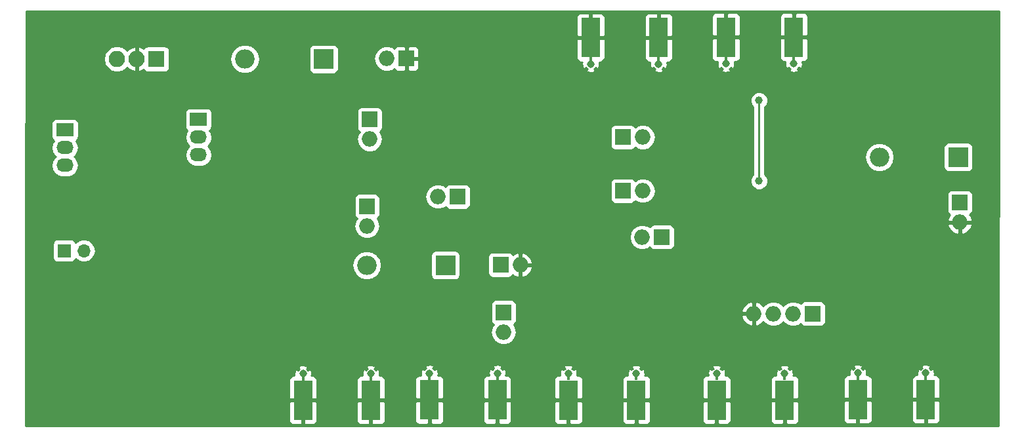
<source format=gbr>
G04 #@! TF.GenerationSoftware,KiCad,Pcbnew,(5.0.2)-1*
G04 #@! TF.CreationDate,2019-03-13T16:55:14-07:00*
G04 #@! TF.ProjectId,Complete PLL Board Rev1,436f6d70-6c65-4746-9520-504c4c20426f,rev?*
G04 #@! TF.SameCoordinates,Original*
G04 #@! TF.FileFunction,Copper,L2,Bot*
G04 #@! TF.FilePolarity,Positive*
%FSLAX46Y46*%
G04 Gerber Fmt 4.6, Leading zero omitted, Abs format (unit mm)*
G04 Created by KiCad (PCBNEW (5.0.2)-1) date 3/13/2019 4:55:14 PM*
%MOMM*%
%LPD*%
G01*
G04 APERTURE LIST*
G04 #@! TA.AperFunction,ComponentPad*
%ADD10O,2.200000X1.717500*%
G04 #@! TD*
G04 #@! TA.AperFunction,ComponentPad*
%ADD11R,2.200000X1.717500*%
G04 #@! TD*
G04 #@! TA.AperFunction,ComponentPad*
%ADD12R,2.200000X1.700000*%
G04 #@! TD*
G04 #@! TA.AperFunction,ComponentPad*
%ADD13O,2.200000X1.700000*%
G04 #@! TD*
G04 #@! TA.AperFunction,Conductor*
%ADD14R,0.460000X0.950000*%
G04 #@! TD*
G04 #@! TA.AperFunction,ViaPad*
%ADD15C,0.970000*%
G04 #@! TD*
G04 #@! TA.AperFunction,SMDPad,CuDef*
%ADD16R,2.420000X5.080000*%
G04 #@! TD*
G04 #@! TA.AperFunction,ComponentPad*
%ADD17R,2.500000X2.500000*%
G04 #@! TD*
G04 #@! TA.AperFunction,ComponentPad*
%ADD18O,2.500000X2.500000*%
G04 #@! TD*
G04 #@! TA.AperFunction,ComponentPad*
%ADD19O,2.000000X2.000000*%
G04 #@! TD*
G04 #@! TA.AperFunction,ComponentPad*
%ADD20R,2.000000X2.000000*%
G04 #@! TD*
G04 #@! TA.AperFunction,ComponentPad*
%ADD21O,1.700000X1.700000*%
G04 #@! TD*
G04 #@! TA.AperFunction,ComponentPad*
%ADD22R,1.700000X1.700000*%
G04 #@! TD*
G04 #@! TA.AperFunction,ComponentPad*
%ADD23R,2.100000X2.100000*%
G04 #@! TD*
G04 #@! TA.AperFunction,ComponentPad*
%ADD24O,2.100000X2.100000*%
G04 #@! TD*
G04 #@! TA.AperFunction,ViaPad*
%ADD25C,0.800000*%
G04 #@! TD*
G04 #@! TA.AperFunction,ViaPad*
%ADD26C,0.900000*%
G04 #@! TD*
G04 #@! TA.AperFunction,ViaPad*
%ADD27C,1.000000*%
G04 #@! TD*
G04 #@! TA.AperFunction,Conductor*
%ADD28C,0.250000*%
G04 #@! TD*
G04 #@! TA.AperFunction,Conductor*
%ADD29C,0.254000*%
G04 #@! TD*
G04 APERTURE END LIST*
D10*
G04 #@! TO.P,Q2,3*
G04 #@! TO.N,Net-(C20-Pad2)*
X86512400Y-97061400D03*
G04 #@! TO.P,Q2,2*
G04 #@! TO.N,Net-(J18-Pad1)*
X86512400Y-94771400D03*
D11*
G04 #@! TO.P,Q2,1*
G04 #@! TO.N,8V*
X86512400Y-92481400D03*
G04 #@! TD*
D12*
G04 #@! TO.P,Q1,1*
G04 #@! TO.N,8V*
X103733600Y-91127200D03*
D13*
G04 #@! TO.P,Q1,2*
G04 #@! TO.N,Net-(C15-Pad1)*
X103733600Y-93417200D03*
G04 #@! TO.P,Q1,3*
G04 #@! TO.N,Net-(C15-Pad2)*
X103733600Y-95707200D03*
G04 #@! TD*
D14*
G04 #@! TO.N,GND*
G04 #@! TO.C,FoLD1*
X197547000Y-124340200D03*
X188787000Y-124340200D03*
D15*
X197547000Y-123890200D03*
X188787000Y-123890200D03*
D16*
G04 #@! TD*
G04 #@! TO.P,FoLD1,2*
G04 #@! TO.N,GND*
X197547000Y-127330200D03*
G04 #@! TO.P,FoLD1,2*
G04 #@! TO.N,GND*
X188787000Y-127330200D03*
G04 #@! TD*
G04 #@! TO.P,FL1,2*
G04 #@! TO.N,GND*
X180529000Y-80492600D03*
X171769000Y-80492600D03*
D15*
G04 #@! TD*
G04 #@! TO.N,GND*
G04 #@! TO.C,FL1*
X180529000Y-83932600D03*
G04 #@! TO.N,GND*
G04 #@! TO.C,FL1*
X171769000Y-83932600D03*
D14*
X180529000Y-83482600D03*
X171769000Y-83482600D03*
G04 #@! TD*
G04 #@! TO.N,GND*
G04 #@! TO.C,Test_CP1*
X154319200Y-83508000D03*
X163079200Y-83508000D03*
D15*
X154319200Y-83958000D03*
X163079200Y-83958000D03*
D16*
G04 #@! TD*
G04 #@! TO.P,Test_CP1,2*
G04 #@! TO.N,GND*
X154319200Y-80518000D03*
G04 #@! TO.P,Test_CP1,2*
G04 #@! TO.N,GND*
X163079200Y-80518000D03*
G04 #@! TD*
G04 #@! TO.P,OSC_OUT1,2*
G04 #@! TO.N,GND*
X170575200Y-127381000D03*
X179335200Y-127381000D03*
D15*
G04 #@! TD*
G04 #@! TO.N,GND*
G04 #@! TO.C,OSC_OUT1*
X170575200Y-123941000D03*
G04 #@! TO.N,GND*
G04 #@! TO.C,OSC_OUT1*
X179335200Y-123941000D03*
D14*
X170575200Y-124391000D03*
X179335200Y-124391000D03*
G04 #@! TD*
D17*
G04 #@! TO.P,D1,1*
G04 #@! TO.N,Net-(D1-Pad1)*
X201726800Y-95986600D03*
D18*
G04 #@! TO.P,D1,2*
G04 #@! TO.N,PLL_Power*
X191566800Y-95986600D03*
G04 #@! TD*
D17*
G04 #@! TO.P,D2,1*
G04 #@! TO.N,Net-(D2-Pad1)*
X135585200Y-109956600D03*
D18*
G04 #@! TO.P,D2,2*
G04 #@! TO.N,Net-(D2-Pad2)*
X125425200Y-109956600D03*
G04 #@! TD*
G04 #@! TO.P,D5,2*
G04 #@! TO.N,Net-(C21-Pad1)*
X109728000Y-83312000D03*
D17*
G04 #@! TO.P,D5,1*
G04 #@! TO.N,Net-(D5-Pad1)*
X119888000Y-83312000D03*
G04 #@! TD*
D19*
G04 #@! TO.P,J1,2*
G04 #@! TO.N,GND*
X201930000Y-104394000D03*
D20*
G04 #@! TO.P,J1,1*
G04 #@! TO.N,Net-(D1-Pad1)*
X201930000Y-101854000D03*
G04 #@! TD*
D14*
G04 #@! TO.N,GND*
G04 #@! TO.C,J2*
X142276600Y-124365600D03*
X133516600Y-124365600D03*
D15*
X142276600Y-123915600D03*
X133516600Y-123915600D03*
D16*
G04 #@! TD*
G04 #@! TO.P,J2,2*
G04 #@! TO.N,GND*
X142276600Y-127355600D03*
G04 #@! TO.P,J2,2*
G04 #@! TO.N,GND*
X133516600Y-127355600D03*
G04 #@! TD*
G04 #@! TO.P,J3,2*
G04 #@! TO.N,GND*
X151449000Y-127381000D03*
X160209000Y-127381000D03*
D15*
G04 #@! TD*
G04 #@! TO.N,GND*
G04 #@! TO.C,J3*
X151449000Y-123941000D03*
G04 #@! TO.N,GND*
G04 #@! TO.C,J3*
X160209000Y-123941000D03*
D14*
X151449000Y-124391000D03*
X160209000Y-124391000D03*
G04 #@! TD*
D20*
G04 #@! TO.P,J4,1*
G04 #@! TO.N,LE*
X182956200Y-116230400D03*
D19*
G04 #@! TO.P,J4,2*
G04 #@! TO.N,Data*
X180416200Y-116230400D03*
G04 #@! TO.P,J4,3*
G04 #@! TO.N,Clock*
X177876200Y-116230400D03*
G04 #@! TO.P,J4,4*
G04 #@! TO.N,GND*
X175336200Y-116230400D03*
G04 #@! TD*
D20*
G04 #@! TO.P,J5,1*
G04 #@! TO.N,Net-(C4-Pad1)*
X143078200Y-116052600D03*
D19*
G04 #@! TO.P,J5,2*
G04 #@! TO.N,Net-(J2-Pad1)*
X143078200Y-118592600D03*
G04 #@! TD*
D21*
G04 #@! TO.P,J7,2*
G04 #@! TO.N,Net-(C4-Pad1)*
X88950800Y-108077000D03*
D22*
G04 #@! TO.P,J7,1*
G04 #@! TO.N,Net-(J18-Pad1)*
X86410800Y-108077000D03*
G04 #@! TD*
D20*
G04 #@! TO.P,J8,1*
G04 #@! TO.N,Net-(D3-Pad1)*
X125476000Y-102336600D03*
D19*
G04 #@! TO.P,J8,2*
G04 #@! TO.N,Net-(D2-Pad2)*
X125476000Y-104876600D03*
G04 #@! TD*
D20*
G04 #@! TO.P,J9,1*
G04 #@! TO.N,Net-(D2-Pad1)*
X142697200Y-109905800D03*
D19*
G04 #@! TO.P,J9,2*
G04 #@! TO.N,GND*
X145237200Y-109905800D03*
G04 #@! TD*
G04 #@! TO.P,J13,2*
G04 #@! TO.N,Net-(J13-Pad2)*
X161036000Y-93421200D03*
D20*
G04 #@! TO.P,J13,1*
G04 #@! TO.N,Net-(C12-Pad2)*
X158496000Y-93421200D03*
G04 #@! TD*
G04 #@! TO.P,J14,1*
G04 #@! TO.N,Net-(C13-Pad2)*
X158496000Y-100330000D03*
D19*
G04 #@! TO.P,J14,2*
G04 #@! TO.N,Net-(J13-Pad2)*
X161036000Y-100330000D03*
G04 #@! TD*
G04 #@! TO.P,J15,2*
G04 #@! TO.N,Net-(D3-Pad1)*
X134620000Y-101092000D03*
D20*
G04 #@! TO.P,J15,1*
G04 #@! TO.N,Net-(J15-Pad1)*
X137160000Y-101092000D03*
G04 #@! TD*
G04 #@! TO.P,J16,1*
G04 #@! TO.N,Net-(J16-Pad1)*
X125806200Y-91135200D03*
D19*
G04 #@! TO.P,J16,2*
G04 #@! TO.N,Net-(D3-Pad1)*
X125806200Y-93675200D03*
G04 #@! TD*
D20*
G04 #@! TO.P,J17,1*
G04 #@! TO.N,GND*
X130556000Y-83261200D03*
D19*
G04 #@! TO.P,J17,2*
G04 #@! TO.N,Net-(D5-Pad1)*
X128016000Y-83261200D03*
G04 #@! TD*
D16*
G04 #@! TO.P,J18,2*
G04 #@! TO.N,GND*
X117209800Y-127406400D03*
X125969800Y-127406400D03*
D15*
G04 #@! TD*
G04 #@! TO.N,GND*
G04 #@! TO.C,J18*
X117209800Y-123966400D03*
G04 #@! TO.N,GND*
G04 #@! TO.C,J18*
X125969800Y-123966400D03*
D14*
X117209800Y-124416400D03*
X125969800Y-124416400D03*
G04 #@! TD*
D19*
G04 #@! TO.P,J20,2*
G04 #@! TO.N,Net-(J13-Pad2)*
X160959800Y-106324400D03*
D20*
G04 #@! TO.P,J20,1*
G04 #@! TO.N,CPo*
X163499800Y-106324400D03*
G04 #@! TD*
D23*
G04 #@! TO.P,U2,1*
G04 #@! TO.N,Net-(C21-Pad1)*
X98298000Y-83312000D03*
D24*
G04 #@! TO.P,U2,2*
G04 #@! TO.N,GND*
X95758000Y-83312000D03*
G04 #@! TO.P,U2,3*
G04 #@! TO.N,8V*
X93218000Y-83312000D03*
G04 #@! TD*
D25*
G04 #@! TO.N,GND*
X176784000Y-111252000D03*
X185674000Y-103886000D03*
X188468000Y-109220000D03*
D26*
X169164000Y-103124000D03*
D25*
X180340000Y-110490000D03*
X169926000Y-113030000D03*
X165023800Y-109245400D03*
D27*
G04 #@! TO.N,FL*
X176022000Y-99060000D03*
X176022000Y-88646000D03*
G04 #@! TD*
D28*
G04 #@! TO.N,FL*
X176022000Y-99060000D02*
X176022000Y-98494315D01*
X176022000Y-98494315D02*
X176022000Y-88646000D01*
X176022000Y-88646000D02*
X176022000Y-88646000D01*
G04 #@! TD*
D29*
G04 #@! TO.N,GND*
G36*
X206883239Y-130683000D02*
X81407240Y-130683000D01*
X81412884Y-127692150D01*
X115364800Y-127692150D01*
X115364800Y-130072709D01*
X115461473Y-130306098D01*
X115640101Y-130484727D01*
X115873490Y-130581400D01*
X116924050Y-130581400D01*
X117082800Y-130422650D01*
X117082800Y-127533400D01*
X117336800Y-127533400D01*
X117336800Y-130422650D01*
X117495550Y-130581400D01*
X118546110Y-130581400D01*
X118779499Y-130484727D01*
X118958127Y-130306098D01*
X119054800Y-130072709D01*
X119054800Y-127692150D01*
X124124800Y-127692150D01*
X124124800Y-130072709D01*
X124221473Y-130306098D01*
X124400101Y-130484727D01*
X124633490Y-130581400D01*
X125684050Y-130581400D01*
X125842800Y-130422650D01*
X125842800Y-127533400D01*
X126096800Y-127533400D01*
X126096800Y-130422650D01*
X126255550Y-130581400D01*
X127306110Y-130581400D01*
X127539499Y-130484727D01*
X127718127Y-130306098D01*
X127814800Y-130072709D01*
X127814800Y-127692150D01*
X127764000Y-127641350D01*
X131671600Y-127641350D01*
X131671600Y-130021909D01*
X131768273Y-130255298D01*
X131946901Y-130433927D01*
X132180290Y-130530600D01*
X133230850Y-130530600D01*
X133389600Y-130371850D01*
X133389600Y-127482600D01*
X133643600Y-127482600D01*
X133643600Y-130371850D01*
X133802350Y-130530600D01*
X134852910Y-130530600D01*
X135086299Y-130433927D01*
X135264927Y-130255298D01*
X135361600Y-130021909D01*
X135361600Y-127641350D01*
X140431600Y-127641350D01*
X140431600Y-130021909D01*
X140528273Y-130255298D01*
X140706901Y-130433927D01*
X140940290Y-130530600D01*
X141990850Y-130530600D01*
X142149600Y-130371850D01*
X142149600Y-127482600D01*
X142403600Y-127482600D01*
X142403600Y-130371850D01*
X142562350Y-130530600D01*
X143612910Y-130530600D01*
X143846299Y-130433927D01*
X144024927Y-130255298D01*
X144121600Y-130021909D01*
X144121600Y-127666750D01*
X149604000Y-127666750D01*
X149604000Y-130047309D01*
X149700673Y-130280698D01*
X149879301Y-130459327D01*
X150112690Y-130556000D01*
X151163250Y-130556000D01*
X151322000Y-130397250D01*
X151322000Y-127508000D01*
X151576000Y-127508000D01*
X151576000Y-130397250D01*
X151734750Y-130556000D01*
X152785310Y-130556000D01*
X153018699Y-130459327D01*
X153197327Y-130280698D01*
X153294000Y-130047309D01*
X153294000Y-127666750D01*
X158364000Y-127666750D01*
X158364000Y-130047309D01*
X158460673Y-130280698D01*
X158639301Y-130459327D01*
X158872690Y-130556000D01*
X159923250Y-130556000D01*
X160082000Y-130397250D01*
X160082000Y-127508000D01*
X160336000Y-127508000D01*
X160336000Y-130397250D01*
X160494750Y-130556000D01*
X161545310Y-130556000D01*
X161778699Y-130459327D01*
X161957327Y-130280698D01*
X162054000Y-130047309D01*
X162054000Y-127666750D01*
X168730200Y-127666750D01*
X168730200Y-130047309D01*
X168826873Y-130280698D01*
X169005501Y-130459327D01*
X169238890Y-130556000D01*
X170289450Y-130556000D01*
X170448200Y-130397250D01*
X170448200Y-127508000D01*
X170702200Y-127508000D01*
X170702200Y-130397250D01*
X170860950Y-130556000D01*
X171911510Y-130556000D01*
X172144899Y-130459327D01*
X172323527Y-130280698D01*
X172420200Y-130047309D01*
X172420200Y-127666750D01*
X177490200Y-127666750D01*
X177490200Y-130047309D01*
X177586873Y-130280698D01*
X177765501Y-130459327D01*
X177998890Y-130556000D01*
X179049450Y-130556000D01*
X179208200Y-130397250D01*
X179208200Y-127508000D01*
X179462200Y-127508000D01*
X179462200Y-130397250D01*
X179620950Y-130556000D01*
X180671510Y-130556000D01*
X180904899Y-130459327D01*
X181083527Y-130280698D01*
X181180200Y-130047309D01*
X181180200Y-127666750D01*
X181129400Y-127615950D01*
X186942000Y-127615950D01*
X186942000Y-129996509D01*
X187038673Y-130229898D01*
X187217301Y-130408527D01*
X187450690Y-130505200D01*
X188501250Y-130505200D01*
X188660000Y-130346450D01*
X188660000Y-127457200D01*
X188914000Y-127457200D01*
X188914000Y-130346450D01*
X189072750Y-130505200D01*
X190123310Y-130505200D01*
X190356699Y-130408527D01*
X190535327Y-130229898D01*
X190632000Y-129996509D01*
X190632000Y-127615950D01*
X195702000Y-127615950D01*
X195702000Y-129996509D01*
X195798673Y-130229898D01*
X195977301Y-130408527D01*
X196210690Y-130505200D01*
X197261250Y-130505200D01*
X197420000Y-130346450D01*
X197420000Y-127457200D01*
X197674000Y-127457200D01*
X197674000Y-130346450D01*
X197832750Y-130505200D01*
X198883310Y-130505200D01*
X199116699Y-130408527D01*
X199295327Y-130229898D01*
X199392000Y-129996509D01*
X199392000Y-127615950D01*
X199233250Y-127457200D01*
X197674000Y-127457200D01*
X197420000Y-127457200D01*
X195860750Y-127457200D01*
X195702000Y-127615950D01*
X190632000Y-127615950D01*
X190473250Y-127457200D01*
X188914000Y-127457200D01*
X188660000Y-127457200D01*
X187100750Y-127457200D01*
X186942000Y-127615950D01*
X181129400Y-127615950D01*
X181021450Y-127508000D01*
X179462200Y-127508000D01*
X179208200Y-127508000D01*
X177648950Y-127508000D01*
X177490200Y-127666750D01*
X172420200Y-127666750D01*
X172261450Y-127508000D01*
X170702200Y-127508000D01*
X170448200Y-127508000D01*
X168888950Y-127508000D01*
X168730200Y-127666750D01*
X162054000Y-127666750D01*
X161895250Y-127508000D01*
X160336000Y-127508000D01*
X160082000Y-127508000D01*
X158522750Y-127508000D01*
X158364000Y-127666750D01*
X153294000Y-127666750D01*
X153135250Y-127508000D01*
X151576000Y-127508000D01*
X151322000Y-127508000D01*
X149762750Y-127508000D01*
X149604000Y-127666750D01*
X144121600Y-127666750D01*
X144121600Y-127641350D01*
X143962850Y-127482600D01*
X142403600Y-127482600D01*
X142149600Y-127482600D01*
X140590350Y-127482600D01*
X140431600Y-127641350D01*
X135361600Y-127641350D01*
X135202850Y-127482600D01*
X133643600Y-127482600D01*
X133389600Y-127482600D01*
X131830350Y-127482600D01*
X131671600Y-127641350D01*
X127764000Y-127641350D01*
X127656050Y-127533400D01*
X126096800Y-127533400D01*
X125842800Y-127533400D01*
X124283550Y-127533400D01*
X124124800Y-127692150D01*
X119054800Y-127692150D01*
X118896050Y-127533400D01*
X117336800Y-127533400D01*
X117082800Y-127533400D01*
X115523550Y-127533400D01*
X115364800Y-127692150D01*
X81412884Y-127692150D01*
X81418455Y-124740091D01*
X115364800Y-124740091D01*
X115364800Y-127120650D01*
X115523550Y-127279400D01*
X117082800Y-127279400D01*
X117082800Y-127259400D01*
X117336800Y-127259400D01*
X117336800Y-127279400D01*
X118896050Y-127279400D01*
X119054800Y-127120650D01*
X119054800Y-124740091D01*
X124124800Y-124740091D01*
X124124800Y-127120650D01*
X124283550Y-127279400D01*
X125842800Y-127279400D01*
X125842800Y-127259400D01*
X126096800Y-127259400D01*
X126096800Y-127279400D01*
X127656050Y-127279400D01*
X127814800Y-127120650D01*
X127814800Y-124740091D01*
X127793758Y-124689291D01*
X131671600Y-124689291D01*
X131671600Y-127069850D01*
X131830350Y-127228600D01*
X133389600Y-127228600D01*
X133389600Y-127208600D01*
X133643600Y-127208600D01*
X133643600Y-127228600D01*
X135202850Y-127228600D01*
X135361600Y-127069850D01*
X135361600Y-124689291D01*
X140431600Y-124689291D01*
X140431600Y-127069850D01*
X140590350Y-127228600D01*
X142149600Y-127228600D01*
X142149600Y-127208600D01*
X142403600Y-127208600D01*
X142403600Y-127228600D01*
X143962850Y-127228600D01*
X144121600Y-127069850D01*
X144121600Y-124714691D01*
X149604000Y-124714691D01*
X149604000Y-127095250D01*
X149762750Y-127254000D01*
X151322000Y-127254000D01*
X151322000Y-127234000D01*
X151576000Y-127234000D01*
X151576000Y-127254000D01*
X153135250Y-127254000D01*
X153294000Y-127095250D01*
X153294000Y-124714691D01*
X158364000Y-124714691D01*
X158364000Y-127095250D01*
X158522750Y-127254000D01*
X160082000Y-127254000D01*
X160082000Y-127234000D01*
X160336000Y-127234000D01*
X160336000Y-127254000D01*
X161895250Y-127254000D01*
X162054000Y-127095250D01*
X162054000Y-124714691D01*
X168730200Y-124714691D01*
X168730200Y-127095250D01*
X168888950Y-127254000D01*
X170448200Y-127254000D01*
X170448200Y-127234000D01*
X170702200Y-127234000D01*
X170702200Y-127254000D01*
X172261450Y-127254000D01*
X172420200Y-127095250D01*
X172420200Y-124714691D01*
X177490200Y-124714691D01*
X177490200Y-127095250D01*
X177648950Y-127254000D01*
X179208200Y-127254000D01*
X179208200Y-127234000D01*
X179462200Y-127234000D01*
X179462200Y-127254000D01*
X181021450Y-127254000D01*
X181180200Y-127095250D01*
X181180200Y-124714691D01*
X181159158Y-124663891D01*
X186942000Y-124663891D01*
X186942000Y-127044450D01*
X187100750Y-127203200D01*
X188660000Y-127203200D01*
X188660000Y-127183200D01*
X188914000Y-127183200D01*
X188914000Y-127203200D01*
X190473250Y-127203200D01*
X190632000Y-127044450D01*
X190632000Y-124663891D01*
X195702000Y-124663891D01*
X195702000Y-127044450D01*
X195860750Y-127203200D01*
X197420000Y-127203200D01*
X197420000Y-127183200D01*
X197674000Y-127183200D01*
X197674000Y-127203200D01*
X199233250Y-127203200D01*
X199392000Y-127044450D01*
X199392000Y-124663891D01*
X199295327Y-124430502D01*
X199116699Y-124251873D01*
X198883310Y-124155200D01*
X198639129Y-124155200D01*
X198680149Y-124031636D01*
X198648018Y-123587232D01*
X198539768Y-123325892D01*
X198326200Y-123290605D01*
X198213315Y-123403490D01*
X198136699Y-123326873D01*
X197991051Y-123266544D01*
X198146595Y-123111000D01*
X198111308Y-122897432D01*
X197688436Y-122757051D01*
X197244032Y-122789182D01*
X196982692Y-122897432D01*
X196947405Y-123111000D01*
X197102949Y-123266544D01*
X196957301Y-123326873D01*
X196880685Y-123403490D01*
X196767800Y-123290605D01*
X196554232Y-123325892D01*
X196413851Y-123748764D01*
X196443237Y-124155200D01*
X196210690Y-124155200D01*
X195977301Y-124251873D01*
X195798673Y-124430502D01*
X195702000Y-124663891D01*
X190632000Y-124663891D01*
X190535327Y-124430502D01*
X190356699Y-124251873D01*
X190123310Y-124155200D01*
X189879129Y-124155200D01*
X189920149Y-124031636D01*
X189888018Y-123587232D01*
X189779768Y-123325892D01*
X189566200Y-123290605D01*
X189453315Y-123403490D01*
X189376699Y-123326873D01*
X189231051Y-123266544D01*
X189386595Y-123111000D01*
X189351308Y-122897432D01*
X188928436Y-122757051D01*
X188484032Y-122789182D01*
X188222692Y-122897432D01*
X188187405Y-123111000D01*
X188342949Y-123266544D01*
X188197301Y-123326873D01*
X188120685Y-123403490D01*
X188007800Y-123290605D01*
X187794232Y-123325892D01*
X187653851Y-123748764D01*
X187683237Y-124155200D01*
X187450690Y-124155200D01*
X187217301Y-124251873D01*
X187038673Y-124430502D01*
X186942000Y-124663891D01*
X181159158Y-124663891D01*
X181083527Y-124481302D01*
X180904899Y-124302673D01*
X180671510Y-124206000D01*
X180427329Y-124206000D01*
X180468349Y-124082436D01*
X180436218Y-123638032D01*
X180327968Y-123376692D01*
X180114400Y-123341405D01*
X180001515Y-123454290D01*
X179924899Y-123377673D01*
X179779251Y-123317344D01*
X179934795Y-123161800D01*
X179899508Y-122948232D01*
X179476636Y-122807851D01*
X179032232Y-122839982D01*
X178770892Y-122948232D01*
X178735605Y-123161800D01*
X178891149Y-123317344D01*
X178745501Y-123377673D01*
X178668885Y-123454290D01*
X178556000Y-123341405D01*
X178342432Y-123376692D01*
X178202051Y-123799564D01*
X178231437Y-124206000D01*
X177998890Y-124206000D01*
X177765501Y-124302673D01*
X177586873Y-124481302D01*
X177490200Y-124714691D01*
X172420200Y-124714691D01*
X172323527Y-124481302D01*
X172144899Y-124302673D01*
X171911510Y-124206000D01*
X171667329Y-124206000D01*
X171708349Y-124082436D01*
X171676218Y-123638032D01*
X171567968Y-123376692D01*
X171354400Y-123341405D01*
X171241515Y-123454290D01*
X171164899Y-123377673D01*
X171019251Y-123317344D01*
X171174795Y-123161800D01*
X171139508Y-122948232D01*
X170716636Y-122807851D01*
X170272232Y-122839982D01*
X170010892Y-122948232D01*
X169975605Y-123161800D01*
X170131149Y-123317344D01*
X169985501Y-123377673D01*
X169908885Y-123454290D01*
X169796000Y-123341405D01*
X169582432Y-123376692D01*
X169442051Y-123799564D01*
X169471437Y-124206000D01*
X169238890Y-124206000D01*
X169005501Y-124302673D01*
X168826873Y-124481302D01*
X168730200Y-124714691D01*
X162054000Y-124714691D01*
X161957327Y-124481302D01*
X161778699Y-124302673D01*
X161545310Y-124206000D01*
X161301129Y-124206000D01*
X161342149Y-124082436D01*
X161310018Y-123638032D01*
X161201768Y-123376692D01*
X160988200Y-123341405D01*
X160875315Y-123454290D01*
X160798699Y-123377673D01*
X160653051Y-123317344D01*
X160808595Y-123161800D01*
X160773308Y-122948232D01*
X160350436Y-122807851D01*
X159906032Y-122839982D01*
X159644692Y-122948232D01*
X159609405Y-123161800D01*
X159764949Y-123317344D01*
X159619301Y-123377673D01*
X159542685Y-123454290D01*
X159429800Y-123341405D01*
X159216232Y-123376692D01*
X159075851Y-123799564D01*
X159105237Y-124206000D01*
X158872690Y-124206000D01*
X158639301Y-124302673D01*
X158460673Y-124481302D01*
X158364000Y-124714691D01*
X153294000Y-124714691D01*
X153197327Y-124481302D01*
X153018699Y-124302673D01*
X152785310Y-124206000D01*
X152541129Y-124206000D01*
X152582149Y-124082436D01*
X152550018Y-123638032D01*
X152441768Y-123376692D01*
X152228200Y-123341405D01*
X152115315Y-123454290D01*
X152038699Y-123377673D01*
X151893051Y-123317344D01*
X152048595Y-123161800D01*
X152013308Y-122948232D01*
X151590436Y-122807851D01*
X151146032Y-122839982D01*
X150884692Y-122948232D01*
X150849405Y-123161800D01*
X151004949Y-123317344D01*
X150859301Y-123377673D01*
X150782685Y-123454290D01*
X150669800Y-123341405D01*
X150456232Y-123376692D01*
X150315851Y-123799564D01*
X150345237Y-124206000D01*
X150112690Y-124206000D01*
X149879301Y-124302673D01*
X149700673Y-124481302D01*
X149604000Y-124714691D01*
X144121600Y-124714691D01*
X144121600Y-124689291D01*
X144024927Y-124455902D01*
X143846299Y-124277273D01*
X143612910Y-124180600D01*
X143368729Y-124180600D01*
X143409749Y-124057036D01*
X143377618Y-123612632D01*
X143269368Y-123351292D01*
X143055800Y-123316005D01*
X142942915Y-123428890D01*
X142866299Y-123352273D01*
X142720651Y-123291944D01*
X142876195Y-123136400D01*
X142840908Y-122922832D01*
X142418036Y-122782451D01*
X141973632Y-122814582D01*
X141712292Y-122922832D01*
X141677005Y-123136400D01*
X141832549Y-123291944D01*
X141686901Y-123352273D01*
X141610285Y-123428890D01*
X141497400Y-123316005D01*
X141283832Y-123351292D01*
X141143451Y-123774164D01*
X141172837Y-124180600D01*
X140940290Y-124180600D01*
X140706901Y-124277273D01*
X140528273Y-124455902D01*
X140431600Y-124689291D01*
X135361600Y-124689291D01*
X135264927Y-124455902D01*
X135086299Y-124277273D01*
X134852910Y-124180600D01*
X134608729Y-124180600D01*
X134649749Y-124057036D01*
X134617618Y-123612632D01*
X134509368Y-123351292D01*
X134295800Y-123316005D01*
X134182915Y-123428890D01*
X134106299Y-123352273D01*
X133960651Y-123291944D01*
X134116195Y-123136400D01*
X134080908Y-122922832D01*
X133658036Y-122782451D01*
X133213632Y-122814582D01*
X132952292Y-122922832D01*
X132917005Y-123136400D01*
X133072549Y-123291944D01*
X132926901Y-123352273D01*
X132850285Y-123428890D01*
X132737400Y-123316005D01*
X132523832Y-123351292D01*
X132383451Y-123774164D01*
X132412837Y-124180600D01*
X132180290Y-124180600D01*
X131946901Y-124277273D01*
X131768273Y-124455902D01*
X131671600Y-124689291D01*
X127793758Y-124689291D01*
X127718127Y-124506702D01*
X127539499Y-124328073D01*
X127306110Y-124231400D01*
X127061929Y-124231400D01*
X127102949Y-124107836D01*
X127070818Y-123663432D01*
X126962568Y-123402092D01*
X126749000Y-123366805D01*
X126636115Y-123479690D01*
X126559499Y-123403073D01*
X126413851Y-123342744D01*
X126569395Y-123187200D01*
X126534108Y-122973632D01*
X126111236Y-122833251D01*
X125666832Y-122865382D01*
X125405492Y-122973632D01*
X125370205Y-123187200D01*
X125525749Y-123342744D01*
X125380101Y-123403073D01*
X125303485Y-123479690D01*
X125190600Y-123366805D01*
X124977032Y-123402092D01*
X124836651Y-123824964D01*
X124866037Y-124231400D01*
X124633490Y-124231400D01*
X124400101Y-124328073D01*
X124221473Y-124506702D01*
X124124800Y-124740091D01*
X119054800Y-124740091D01*
X118958127Y-124506702D01*
X118779499Y-124328073D01*
X118546110Y-124231400D01*
X118301929Y-124231400D01*
X118342949Y-124107836D01*
X118310818Y-123663432D01*
X118202568Y-123402092D01*
X117989000Y-123366805D01*
X117876115Y-123479690D01*
X117799499Y-123403073D01*
X117653851Y-123342744D01*
X117809395Y-123187200D01*
X117774108Y-122973632D01*
X117351236Y-122833251D01*
X116906832Y-122865382D01*
X116645492Y-122973632D01*
X116610205Y-123187200D01*
X116765749Y-123342744D01*
X116620101Y-123403073D01*
X116543485Y-123479690D01*
X116430600Y-123366805D01*
X116217032Y-123402092D01*
X116076651Y-123824964D01*
X116106037Y-124231400D01*
X115873490Y-124231400D01*
X115640101Y-124328073D01*
X115461473Y-124506702D01*
X115364800Y-124740091D01*
X81418455Y-124740091D01*
X81430056Y-118592600D01*
X141411169Y-118592600D01*
X141538064Y-119230545D01*
X141899431Y-119771369D01*
X142440255Y-120132736D01*
X142917169Y-120227600D01*
X143239231Y-120227600D01*
X143716145Y-120132736D01*
X144256969Y-119771369D01*
X144618336Y-119230545D01*
X144745231Y-118592600D01*
X144618336Y-117954655D01*
X144387711Y-117609500D01*
X144536009Y-117510409D01*
X144676357Y-117300365D01*
X144725640Y-117052600D01*
X144725640Y-116610835D01*
X173746067Y-116610835D01*
X174012695Y-117190394D01*
X174480815Y-117623802D01*
X174955766Y-117820524D01*
X175209200Y-117701177D01*
X175209200Y-116357400D01*
X173864881Y-116357400D01*
X173746067Y-116610835D01*
X144725640Y-116610835D01*
X144725640Y-115849965D01*
X173746067Y-115849965D01*
X173864881Y-116103400D01*
X175209200Y-116103400D01*
X175209200Y-114759623D01*
X175463200Y-114759623D01*
X175463200Y-116103400D01*
X175483200Y-116103400D01*
X175483200Y-116357400D01*
X175463200Y-116357400D01*
X175463200Y-117701177D01*
X175716634Y-117820524D01*
X176191585Y-117623802D01*
X176592701Y-117252429D01*
X176697431Y-117409169D01*
X177238255Y-117770536D01*
X177715169Y-117865400D01*
X178037231Y-117865400D01*
X178514145Y-117770536D01*
X179054969Y-117409169D01*
X179146200Y-117272632D01*
X179237431Y-117409169D01*
X179778255Y-117770536D01*
X180255169Y-117865400D01*
X180577231Y-117865400D01*
X181054145Y-117770536D01*
X181399300Y-117539911D01*
X181498391Y-117688209D01*
X181708435Y-117828557D01*
X181956200Y-117877840D01*
X183956200Y-117877840D01*
X184203965Y-117828557D01*
X184414009Y-117688209D01*
X184554357Y-117478165D01*
X184603640Y-117230400D01*
X184603640Y-115230400D01*
X184554357Y-114982635D01*
X184414009Y-114772591D01*
X184203965Y-114632243D01*
X183956200Y-114582960D01*
X181956200Y-114582960D01*
X181708435Y-114632243D01*
X181498391Y-114772591D01*
X181399300Y-114920889D01*
X181054145Y-114690264D01*
X180577231Y-114595400D01*
X180255169Y-114595400D01*
X179778255Y-114690264D01*
X179237431Y-115051631D01*
X179146200Y-115188168D01*
X179054969Y-115051631D01*
X178514145Y-114690264D01*
X178037231Y-114595400D01*
X177715169Y-114595400D01*
X177238255Y-114690264D01*
X176697431Y-115051631D01*
X176592701Y-115208371D01*
X176191585Y-114836998D01*
X175716634Y-114640276D01*
X175463200Y-114759623D01*
X175209200Y-114759623D01*
X174955766Y-114640276D01*
X174480815Y-114836998D01*
X174012695Y-115270406D01*
X173746067Y-115849965D01*
X144725640Y-115849965D01*
X144725640Y-115052600D01*
X144676357Y-114804835D01*
X144536009Y-114594791D01*
X144325965Y-114454443D01*
X144078200Y-114405160D01*
X142078200Y-114405160D01*
X141830435Y-114454443D01*
X141620391Y-114594791D01*
X141480043Y-114804835D01*
X141430760Y-115052600D01*
X141430760Y-117052600D01*
X141480043Y-117300365D01*
X141620391Y-117510409D01*
X141768689Y-117609500D01*
X141538064Y-117954655D01*
X141411169Y-118592600D01*
X81430056Y-118592600D01*
X81446355Y-109956600D01*
X123503271Y-109956600D01*
X123649569Y-110692090D01*
X124066191Y-111315609D01*
X124689710Y-111732231D01*
X125239545Y-111841600D01*
X125610855Y-111841600D01*
X126160690Y-111732231D01*
X126784209Y-111315609D01*
X127200831Y-110692090D01*
X127347129Y-109956600D01*
X127200831Y-109221110D01*
X126857047Y-108706600D01*
X133687760Y-108706600D01*
X133687760Y-111206600D01*
X133737043Y-111454365D01*
X133877391Y-111664409D01*
X134087435Y-111804757D01*
X134335200Y-111854040D01*
X136835200Y-111854040D01*
X137082965Y-111804757D01*
X137293009Y-111664409D01*
X137433357Y-111454365D01*
X137482640Y-111206600D01*
X137482640Y-108905800D01*
X141049760Y-108905800D01*
X141049760Y-110905800D01*
X141099043Y-111153565D01*
X141239391Y-111363609D01*
X141449435Y-111503957D01*
X141697200Y-111553240D01*
X143697200Y-111553240D01*
X143944965Y-111503957D01*
X144155009Y-111363609D01*
X144268281Y-111194087D01*
X144381815Y-111299202D01*
X144856766Y-111495924D01*
X145110200Y-111376577D01*
X145110200Y-110032800D01*
X145364200Y-110032800D01*
X145364200Y-111376577D01*
X145617634Y-111495924D01*
X146092585Y-111299202D01*
X146560705Y-110865794D01*
X146827333Y-110286235D01*
X146708519Y-110032800D01*
X145364200Y-110032800D01*
X145110200Y-110032800D01*
X145090200Y-110032800D01*
X145090200Y-109778800D01*
X145110200Y-109778800D01*
X145110200Y-108435023D01*
X145364200Y-108435023D01*
X145364200Y-109778800D01*
X146708519Y-109778800D01*
X146827333Y-109525365D01*
X146560705Y-108945806D01*
X146092585Y-108512398D01*
X145617634Y-108315676D01*
X145364200Y-108435023D01*
X145110200Y-108435023D01*
X144856766Y-108315676D01*
X144381815Y-108512398D01*
X144268281Y-108617513D01*
X144155009Y-108447991D01*
X143944965Y-108307643D01*
X143697200Y-108258360D01*
X141697200Y-108258360D01*
X141449435Y-108307643D01*
X141239391Y-108447991D01*
X141099043Y-108658035D01*
X141049760Y-108905800D01*
X137482640Y-108905800D01*
X137482640Y-108706600D01*
X137433357Y-108458835D01*
X137293009Y-108248791D01*
X137082965Y-108108443D01*
X136835200Y-108059160D01*
X134335200Y-108059160D01*
X134087435Y-108108443D01*
X133877391Y-108248791D01*
X133737043Y-108458835D01*
X133687760Y-108706600D01*
X126857047Y-108706600D01*
X126784209Y-108597591D01*
X126160690Y-108180969D01*
X125610855Y-108071600D01*
X125239545Y-108071600D01*
X124689710Y-108180969D01*
X124066191Y-108597591D01*
X123649569Y-109221110D01*
X123503271Y-109956600D01*
X81446355Y-109956600D01*
X81451507Y-107227000D01*
X84913360Y-107227000D01*
X84913360Y-108927000D01*
X84962643Y-109174765D01*
X85102991Y-109384809D01*
X85313035Y-109525157D01*
X85560800Y-109574440D01*
X87260800Y-109574440D01*
X87508565Y-109525157D01*
X87718609Y-109384809D01*
X87858957Y-109174765D01*
X87867984Y-109129381D01*
X87880175Y-109147625D01*
X88371382Y-109475839D01*
X88804544Y-109562000D01*
X89097056Y-109562000D01*
X89530218Y-109475839D01*
X90021425Y-109147625D01*
X90349639Y-108656418D01*
X90464892Y-108077000D01*
X90349639Y-107497582D01*
X90021425Y-107006375D01*
X89530218Y-106678161D01*
X89097056Y-106592000D01*
X88804544Y-106592000D01*
X88371382Y-106678161D01*
X87880175Y-107006375D01*
X87867984Y-107024619D01*
X87858957Y-106979235D01*
X87718609Y-106769191D01*
X87508565Y-106628843D01*
X87260800Y-106579560D01*
X85560800Y-106579560D01*
X85313035Y-106628843D01*
X85102991Y-106769191D01*
X84962643Y-106979235D01*
X84913360Y-107227000D01*
X81451507Y-107227000D01*
X81455943Y-104876600D01*
X123808969Y-104876600D01*
X123935864Y-105514545D01*
X124297231Y-106055369D01*
X124838055Y-106416736D01*
X125314969Y-106511600D01*
X125637031Y-106511600D01*
X126113945Y-106416736D01*
X126252135Y-106324400D01*
X159292769Y-106324400D01*
X159419664Y-106962345D01*
X159781031Y-107503169D01*
X160321855Y-107864536D01*
X160798769Y-107959400D01*
X161120831Y-107959400D01*
X161597745Y-107864536D01*
X161942900Y-107633911D01*
X162041991Y-107782209D01*
X162252035Y-107922557D01*
X162499800Y-107971840D01*
X164499800Y-107971840D01*
X164747565Y-107922557D01*
X164957609Y-107782209D01*
X165097957Y-107572165D01*
X165147240Y-107324400D01*
X165147240Y-105324400D01*
X165097957Y-105076635D01*
X164957609Y-104866591D01*
X164819688Y-104774434D01*
X200339876Y-104774434D01*
X200536598Y-105249385D01*
X200970006Y-105717505D01*
X201549565Y-105984133D01*
X201803000Y-105865319D01*
X201803000Y-104521000D01*
X202057000Y-104521000D01*
X202057000Y-105865319D01*
X202310435Y-105984133D01*
X202889994Y-105717505D01*
X203323402Y-105249385D01*
X203520124Y-104774434D01*
X203400777Y-104521000D01*
X202057000Y-104521000D01*
X201803000Y-104521000D01*
X200459223Y-104521000D01*
X200339876Y-104774434D01*
X164819688Y-104774434D01*
X164747565Y-104726243D01*
X164499800Y-104676960D01*
X162499800Y-104676960D01*
X162252035Y-104726243D01*
X162041991Y-104866591D01*
X161942900Y-105014889D01*
X161597745Y-104784264D01*
X161120831Y-104689400D01*
X160798769Y-104689400D01*
X160321855Y-104784264D01*
X159781031Y-105145631D01*
X159419664Y-105686455D01*
X159292769Y-106324400D01*
X126252135Y-106324400D01*
X126654769Y-106055369D01*
X127016136Y-105514545D01*
X127143031Y-104876600D01*
X127016136Y-104238655D01*
X126785511Y-103893500D01*
X126933809Y-103794409D01*
X127074157Y-103584365D01*
X127123440Y-103336600D01*
X127123440Y-101336600D01*
X127074787Y-101092000D01*
X132952969Y-101092000D01*
X133079864Y-101729945D01*
X133441231Y-102270769D01*
X133982055Y-102632136D01*
X134458969Y-102727000D01*
X134781031Y-102727000D01*
X135257945Y-102632136D01*
X135603100Y-102401511D01*
X135702191Y-102549809D01*
X135912235Y-102690157D01*
X136160000Y-102739440D01*
X138160000Y-102739440D01*
X138407765Y-102690157D01*
X138617809Y-102549809D01*
X138758157Y-102339765D01*
X138807440Y-102092000D01*
X138807440Y-100092000D01*
X138758157Y-99844235D01*
X138617809Y-99634191D01*
X138407765Y-99493843D01*
X138160000Y-99444560D01*
X136160000Y-99444560D01*
X135912235Y-99493843D01*
X135702191Y-99634191D01*
X135603100Y-99782489D01*
X135257945Y-99551864D01*
X134781031Y-99457000D01*
X134458969Y-99457000D01*
X133982055Y-99551864D01*
X133441231Y-99913231D01*
X133079864Y-100454055D01*
X132952969Y-101092000D01*
X127074787Y-101092000D01*
X127074157Y-101088835D01*
X126933809Y-100878791D01*
X126723765Y-100738443D01*
X126476000Y-100689160D01*
X124476000Y-100689160D01*
X124228235Y-100738443D01*
X124018191Y-100878791D01*
X123877843Y-101088835D01*
X123828560Y-101336600D01*
X123828560Y-103336600D01*
X123877843Y-103584365D01*
X124018191Y-103794409D01*
X124166489Y-103893500D01*
X123935864Y-104238655D01*
X123808969Y-104876600D01*
X81455943Y-104876600D01*
X81466411Y-99330000D01*
X156848560Y-99330000D01*
X156848560Y-101330000D01*
X156897843Y-101577765D01*
X157038191Y-101787809D01*
X157248235Y-101928157D01*
X157496000Y-101977440D01*
X159496000Y-101977440D01*
X159743765Y-101928157D01*
X159953809Y-101787809D01*
X160052900Y-101639511D01*
X160398055Y-101870136D01*
X160874969Y-101965000D01*
X161197031Y-101965000D01*
X161673945Y-101870136D01*
X162214769Y-101508769D01*
X162576136Y-100967945D01*
X162598801Y-100854000D01*
X200282560Y-100854000D01*
X200282560Y-102854000D01*
X200331843Y-103101765D01*
X200472191Y-103311809D01*
X200641713Y-103425081D01*
X200536598Y-103538615D01*
X200339876Y-104013566D01*
X200459223Y-104267000D01*
X201803000Y-104267000D01*
X201803000Y-104247000D01*
X202057000Y-104247000D01*
X202057000Y-104267000D01*
X203400777Y-104267000D01*
X203520124Y-104013566D01*
X203323402Y-103538615D01*
X203218287Y-103425081D01*
X203387809Y-103311809D01*
X203528157Y-103101765D01*
X203577440Y-102854000D01*
X203577440Y-100854000D01*
X203528157Y-100606235D01*
X203387809Y-100396191D01*
X203177765Y-100255843D01*
X202930000Y-100206560D01*
X200930000Y-100206560D01*
X200682235Y-100255843D01*
X200472191Y-100396191D01*
X200331843Y-100606235D01*
X200282560Y-100854000D01*
X162598801Y-100854000D01*
X162703031Y-100330000D01*
X162576136Y-99692055D01*
X162214769Y-99151231D01*
X161673945Y-98789864D01*
X161197031Y-98695000D01*
X160874969Y-98695000D01*
X160398055Y-98789864D01*
X160052900Y-99020489D01*
X159953809Y-98872191D01*
X159743765Y-98731843D01*
X159496000Y-98682560D01*
X157496000Y-98682560D01*
X157248235Y-98731843D01*
X157038191Y-98872191D01*
X156897843Y-99082235D01*
X156848560Y-99330000D01*
X81466411Y-99330000D01*
X81475015Y-94771400D01*
X84748136Y-94771400D01*
X84864069Y-95354232D01*
X85194216Y-95848334D01*
X85296084Y-95916400D01*
X85194216Y-95984466D01*
X84864069Y-96478568D01*
X84748136Y-97061400D01*
X84864069Y-97644232D01*
X85194216Y-98138334D01*
X85688318Y-98468481D01*
X86124031Y-98555150D01*
X86900769Y-98555150D01*
X87336482Y-98468481D01*
X87830584Y-98138334D01*
X88160731Y-97644232D01*
X88276664Y-97061400D01*
X88160731Y-96478568D01*
X87830584Y-95984466D01*
X87728716Y-95916400D01*
X87830584Y-95848334D01*
X88160731Y-95354232D01*
X88276664Y-94771400D01*
X88160731Y-94188568D01*
X87952354Y-93876708D01*
X88070209Y-93797959D01*
X88210557Y-93587915D01*
X88244513Y-93417200D01*
X101969508Y-93417200D01*
X102084761Y-93996618D01*
X102412975Y-94487825D01*
X102524285Y-94562200D01*
X102412975Y-94636575D01*
X102084761Y-95127782D01*
X101969508Y-95707200D01*
X102084761Y-96286618D01*
X102412975Y-96777825D01*
X102904182Y-97106039D01*
X103337344Y-97192200D01*
X104129856Y-97192200D01*
X104563018Y-97106039D01*
X105054225Y-96777825D01*
X105382439Y-96286618D01*
X105497692Y-95707200D01*
X105382439Y-95127782D01*
X105054225Y-94636575D01*
X104942915Y-94562200D01*
X105054225Y-94487825D01*
X105382439Y-93996618D01*
X105446372Y-93675200D01*
X124139169Y-93675200D01*
X124266064Y-94313145D01*
X124627431Y-94853969D01*
X125168255Y-95215336D01*
X125645169Y-95310200D01*
X125967231Y-95310200D01*
X126444145Y-95215336D01*
X126984969Y-94853969D01*
X127346336Y-94313145D01*
X127473231Y-93675200D01*
X127346336Y-93037255D01*
X127115711Y-92692100D01*
X127264009Y-92593009D01*
X127378808Y-92421200D01*
X156848560Y-92421200D01*
X156848560Y-94421200D01*
X156897843Y-94668965D01*
X157038191Y-94879009D01*
X157248235Y-95019357D01*
X157496000Y-95068640D01*
X159496000Y-95068640D01*
X159743765Y-95019357D01*
X159953809Y-94879009D01*
X160052900Y-94730711D01*
X160398055Y-94961336D01*
X160874969Y-95056200D01*
X161197031Y-95056200D01*
X161673945Y-94961336D01*
X162214769Y-94599969D01*
X162576136Y-94059145D01*
X162703031Y-93421200D01*
X162576136Y-92783255D01*
X162214769Y-92242431D01*
X161673945Y-91881064D01*
X161197031Y-91786200D01*
X160874969Y-91786200D01*
X160398055Y-91881064D01*
X160052900Y-92111689D01*
X159953809Y-91963391D01*
X159743765Y-91823043D01*
X159496000Y-91773760D01*
X157496000Y-91773760D01*
X157248235Y-91823043D01*
X157038191Y-91963391D01*
X156897843Y-92173435D01*
X156848560Y-92421200D01*
X127378808Y-92421200D01*
X127404357Y-92382965D01*
X127453640Y-92135200D01*
X127453640Y-90135200D01*
X127404357Y-89887435D01*
X127264009Y-89677391D01*
X127053965Y-89537043D01*
X126806200Y-89487760D01*
X124806200Y-89487760D01*
X124558435Y-89537043D01*
X124348391Y-89677391D01*
X124208043Y-89887435D01*
X124158760Y-90135200D01*
X124158760Y-92135200D01*
X124208043Y-92382965D01*
X124348391Y-92593009D01*
X124496689Y-92692100D01*
X124266064Y-93037255D01*
X124139169Y-93675200D01*
X105446372Y-93675200D01*
X105497692Y-93417200D01*
X105382439Y-92837782D01*
X105168285Y-92517278D01*
X105291409Y-92435009D01*
X105431757Y-92224965D01*
X105481040Y-91977200D01*
X105481040Y-90277200D01*
X105431757Y-90029435D01*
X105291409Y-89819391D01*
X105081365Y-89679043D01*
X104833600Y-89629760D01*
X102633600Y-89629760D01*
X102385835Y-89679043D01*
X102175791Y-89819391D01*
X102035443Y-90029435D01*
X101986160Y-90277200D01*
X101986160Y-91977200D01*
X102035443Y-92224965D01*
X102175791Y-92435009D01*
X102298915Y-92517278D01*
X102084761Y-92837782D01*
X101969508Y-93417200D01*
X88244513Y-93417200D01*
X88259840Y-93340150D01*
X88259840Y-91622650D01*
X88210557Y-91374885D01*
X88070209Y-91164841D01*
X87860165Y-91024493D01*
X87612400Y-90975210D01*
X85412400Y-90975210D01*
X85164635Y-91024493D01*
X84954591Y-91164841D01*
X84814243Y-91374885D01*
X84764960Y-91622650D01*
X84764960Y-93340150D01*
X84814243Y-93587915D01*
X84954591Y-93797959D01*
X85072446Y-93876708D01*
X84864069Y-94188568D01*
X84748136Y-94771400D01*
X81475015Y-94771400D01*
X81487001Y-88420234D01*
X174887000Y-88420234D01*
X174887000Y-88871766D01*
X175059793Y-89288926D01*
X175262001Y-89491134D01*
X175262000Y-98214867D01*
X175059793Y-98417074D01*
X174887000Y-98834234D01*
X174887000Y-99285766D01*
X175059793Y-99702926D01*
X175379074Y-100022207D01*
X175796234Y-100195000D01*
X176247766Y-100195000D01*
X176664926Y-100022207D01*
X176984207Y-99702926D01*
X177157000Y-99285766D01*
X177157000Y-98834234D01*
X176984207Y-98417074D01*
X176782000Y-98214867D01*
X176782000Y-95986600D01*
X189644871Y-95986600D01*
X189791169Y-96722090D01*
X190207791Y-97345609D01*
X190831310Y-97762231D01*
X191381145Y-97871600D01*
X191752455Y-97871600D01*
X192302290Y-97762231D01*
X192925809Y-97345609D01*
X193342431Y-96722090D01*
X193488729Y-95986600D01*
X193342431Y-95251110D01*
X192998647Y-94736600D01*
X199829360Y-94736600D01*
X199829360Y-97236600D01*
X199878643Y-97484365D01*
X200018991Y-97694409D01*
X200229035Y-97834757D01*
X200476800Y-97884040D01*
X202976800Y-97884040D01*
X203224565Y-97834757D01*
X203434609Y-97694409D01*
X203574957Y-97484365D01*
X203624240Y-97236600D01*
X203624240Y-94736600D01*
X203574957Y-94488835D01*
X203434609Y-94278791D01*
X203224565Y-94138443D01*
X202976800Y-94089160D01*
X200476800Y-94089160D01*
X200229035Y-94138443D01*
X200018991Y-94278791D01*
X199878643Y-94488835D01*
X199829360Y-94736600D01*
X192998647Y-94736600D01*
X192925809Y-94627591D01*
X192302290Y-94210969D01*
X191752455Y-94101600D01*
X191381145Y-94101600D01*
X190831310Y-94210969D01*
X190207791Y-94627591D01*
X189791169Y-95251110D01*
X189644871Y-95986600D01*
X176782000Y-95986600D01*
X176782000Y-89491133D01*
X176984207Y-89288926D01*
X177157000Y-88871766D01*
X177157000Y-88420234D01*
X176984207Y-88003074D01*
X176664926Y-87683793D01*
X176247766Y-87511000D01*
X175796234Y-87511000D01*
X175379074Y-87683793D01*
X175059793Y-88003074D01*
X174887000Y-88420234D01*
X81487001Y-88420234D01*
X81496642Y-83312000D01*
X91499989Y-83312000D01*
X91630765Y-83969454D01*
X92003183Y-84526817D01*
X92560546Y-84899235D01*
X93052043Y-84997000D01*
X93383957Y-84997000D01*
X93875454Y-84899235D01*
X94432817Y-84526817D01*
X94515640Y-84402863D01*
X94771804Y-84678263D01*
X95369720Y-84951663D01*
X95631000Y-84833466D01*
X95631000Y-83439000D01*
X95611000Y-83439000D01*
X95611000Y-83185000D01*
X95631000Y-83185000D01*
X95631000Y-81790534D01*
X95885000Y-81790534D01*
X95885000Y-83185000D01*
X95905000Y-83185000D01*
X95905000Y-83439000D01*
X95885000Y-83439000D01*
X95885000Y-84833466D01*
X96146280Y-84951663D01*
X96706982Y-84695279D01*
X96790191Y-84819809D01*
X97000235Y-84960157D01*
X97248000Y-85009440D01*
X99348000Y-85009440D01*
X99595765Y-84960157D01*
X99805809Y-84819809D01*
X99946157Y-84609765D01*
X99995440Y-84362000D01*
X99995440Y-83312000D01*
X107806071Y-83312000D01*
X107952369Y-84047490D01*
X108368991Y-84671009D01*
X108992510Y-85087631D01*
X109542345Y-85197000D01*
X109913655Y-85197000D01*
X110463490Y-85087631D01*
X111087009Y-84671009D01*
X111503631Y-84047490D01*
X111649929Y-83312000D01*
X111503631Y-82576510D01*
X111159847Y-82062000D01*
X117990560Y-82062000D01*
X117990560Y-84562000D01*
X118039843Y-84809765D01*
X118180191Y-85019809D01*
X118390235Y-85160157D01*
X118638000Y-85209440D01*
X121138000Y-85209440D01*
X121385765Y-85160157D01*
X121595809Y-85019809D01*
X121736157Y-84809765D01*
X121785440Y-84562000D01*
X121785440Y-83261200D01*
X126348969Y-83261200D01*
X126475864Y-83899145D01*
X126837231Y-84439969D01*
X127378055Y-84801336D01*
X127854969Y-84896200D01*
X128177031Y-84896200D01*
X128653945Y-84801336D01*
X128997365Y-84571870D01*
X129017673Y-84620898D01*
X129196301Y-84799527D01*
X129429690Y-84896200D01*
X130270250Y-84896200D01*
X130429000Y-84737450D01*
X130429000Y-83388200D01*
X130683000Y-83388200D01*
X130683000Y-84737450D01*
X130841750Y-84896200D01*
X131682310Y-84896200D01*
X131915699Y-84799527D01*
X132094327Y-84620898D01*
X132191000Y-84387509D01*
X132191000Y-83546950D01*
X132032250Y-83388200D01*
X130683000Y-83388200D01*
X130429000Y-83388200D01*
X130409000Y-83388200D01*
X130409000Y-83134200D01*
X130429000Y-83134200D01*
X130429000Y-81784950D01*
X130683000Y-81784950D01*
X130683000Y-83134200D01*
X132032250Y-83134200D01*
X132191000Y-82975450D01*
X132191000Y-82134891D01*
X132094327Y-81901502D01*
X131915699Y-81722873D01*
X131682310Y-81626200D01*
X130841750Y-81626200D01*
X130683000Y-81784950D01*
X130429000Y-81784950D01*
X130270250Y-81626200D01*
X129429690Y-81626200D01*
X129196301Y-81722873D01*
X129017673Y-81901502D01*
X128997365Y-81950530D01*
X128653945Y-81721064D01*
X128177031Y-81626200D01*
X127854969Y-81626200D01*
X127378055Y-81721064D01*
X126837231Y-82082431D01*
X126475864Y-82623255D01*
X126348969Y-83261200D01*
X121785440Y-83261200D01*
X121785440Y-82062000D01*
X121736157Y-81814235D01*
X121595809Y-81604191D01*
X121385765Y-81463843D01*
X121138000Y-81414560D01*
X118638000Y-81414560D01*
X118390235Y-81463843D01*
X118180191Y-81604191D01*
X118039843Y-81814235D01*
X117990560Y-82062000D01*
X111159847Y-82062000D01*
X111087009Y-81952991D01*
X110463490Y-81536369D01*
X109913655Y-81427000D01*
X109542345Y-81427000D01*
X108992510Y-81536369D01*
X108368991Y-81952991D01*
X107952369Y-82576510D01*
X107806071Y-83312000D01*
X99995440Y-83312000D01*
X99995440Y-82262000D01*
X99946157Y-82014235D01*
X99805809Y-81804191D01*
X99595765Y-81663843D01*
X99348000Y-81614560D01*
X97248000Y-81614560D01*
X97000235Y-81663843D01*
X96790191Y-81804191D01*
X96706982Y-81928721D01*
X96146280Y-81672337D01*
X95885000Y-81790534D01*
X95631000Y-81790534D01*
X95369720Y-81672337D01*
X94771804Y-81945737D01*
X94515640Y-82221137D01*
X94432817Y-82097183D01*
X93875454Y-81724765D01*
X93383957Y-81627000D01*
X93052043Y-81627000D01*
X92560546Y-81724765D01*
X92003183Y-82097183D01*
X91630765Y-82654546D01*
X91499989Y-83312000D01*
X81496642Y-83312000D01*
X81501376Y-80803750D01*
X152474200Y-80803750D01*
X152474200Y-83184309D01*
X152570873Y-83417698D01*
X152749501Y-83596327D01*
X152982890Y-83693000D01*
X153227071Y-83693000D01*
X153186051Y-83816564D01*
X153218182Y-84260968D01*
X153326432Y-84522308D01*
X153540000Y-84557595D01*
X153652885Y-84444710D01*
X153729501Y-84521327D01*
X153875149Y-84581656D01*
X153719605Y-84737200D01*
X153754892Y-84950768D01*
X154177764Y-85091149D01*
X154622168Y-85059018D01*
X154883508Y-84950768D01*
X154918795Y-84737200D01*
X154763251Y-84581656D01*
X154908899Y-84521327D01*
X154985515Y-84444710D01*
X155098400Y-84557595D01*
X155311968Y-84522308D01*
X155452349Y-84099436D01*
X155422963Y-83693000D01*
X155655510Y-83693000D01*
X155888899Y-83596327D01*
X156067527Y-83417698D01*
X156164200Y-83184309D01*
X156164200Y-80803750D01*
X161234200Y-80803750D01*
X161234200Y-83184309D01*
X161330873Y-83417698D01*
X161509501Y-83596327D01*
X161742890Y-83693000D01*
X161987071Y-83693000D01*
X161946051Y-83816564D01*
X161978182Y-84260968D01*
X162086432Y-84522308D01*
X162300000Y-84557595D01*
X162412885Y-84444710D01*
X162489501Y-84521327D01*
X162635149Y-84581656D01*
X162479605Y-84737200D01*
X162514892Y-84950768D01*
X162937764Y-85091149D01*
X163382168Y-85059018D01*
X163643508Y-84950768D01*
X163678795Y-84737200D01*
X163523251Y-84581656D01*
X163668899Y-84521327D01*
X163745515Y-84444710D01*
X163858400Y-84557595D01*
X164071968Y-84522308D01*
X164212349Y-84099436D01*
X164182963Y-83693000D01*
X164415510Y-83693000D01*
X164648899Y-83596327D01*
X164827527Y-83417698D01*
X164924200Y-83184309D01*
X164924200Y-80803750D01*
X164898800Y-80778350D01*
X169924000Y-80778350D01*
X169924000Y-83158909D01*
X170020673Y-83392298D01*
X170199301Y-83570927D01*
X170432690Y-83667600D01*
X170676871Y-83667600D01*
X170635851Y-83791164D01*
X170667982Y-84235568D01*
X170776232Y-84496908D01*
X170989800Y-84532195D01*
X171102685Y-84419310D01*
X171179301Y-84495927D01*
X171324949Y-84556256D01*
X171169405Y-84711800D01*
X171204692Y-84925368D01*
X171627564Y-85065749D01*
X172071968Y-85033618D01*
X172333308Y-84925368D01*
X172368595Y-84711800D01*
X172213051Y-84556256D01*
X172358699Y-84495927D01*
X172435315Y-84419310D01*
X172548200Y-84532195D01*
X172761768Y-84496908D01*
X172902149Y-84074036D01*
X172872763Y-83667600D01*
X173105310Y-83667600D01*
X173338699Y-83570927D01*
X173517327Y-83392298D01*
X173614000Y-83158909D01*
X173614000Y-80778350D01*
X178684000Y-80778350D01*
X178684000Y-83158909D01*
X178780673Y-83392298D01*
X178959301Y-83570927D01*
X179192690Y-83667600D01*
X179436871Y-83667600D01*
X179395851Y-83791164D01*
X179427982Y-84235568D01*
X179536232Y-84496908D01*
X179749800Y-84532195D01*
X179862685Y-84419310D01*
X179939301Y-84495927D01*
X180084949Y-84556256D01*
X179929405Y-84711800D01*
X179964692Y-84925368D01*
X180387564Y-85065749D01*
X180831968Y-85033618D01*
X181093308Y-84925368D01*
X181128595Y-84711800D01*
X180973051Y-84556256D01*
X181118699Y-84495927D01*
X181195315Y-84419310D01*
X181308200Y-84532195D01*
X181521768Y-84496908D01*
X181662149Y-84074036D01*
X181632763Y-83667600D01*
X181865310Y-83667600D01*
X182098699Y-83570927D01*
X182277327Y-83392298D01*
X182374000Y-83158909D01*
X182374000Y-80778350D01*
X182215250Y-80619600D01*
X180656000Y-80619600D01*
X180656000Y-80639600D01*
X180402000Y-80639600D01*
X180402000Y-80619600D01*
X178842750Y-80619600D01*
X178684000Y-80778350D01*
X173614000Y-80778350D01*
X173455250Y-80619600D01*
X171896000Y-80619600D01*
X171896000Y-80639600D01*
X171642000Y-80639600D01*
X171642000Y-80619600D01*
X170082750Y-80619600D01*
X169924000Y-80778350D01*
X164898800Y-80778350D01*
X164765450Y-80645000D01*
X163206200Y-80645000D01*
X163206200Y-80665000D01*
X162952200Y-80665000D01*
X162952200Y-80645000D01*
X161392950Y-80645000D01*
X161234200Y-80803750D01*
X156164200Y-80803750D01*
X156005450Y-80645000D01*
X154446200Y-80645000D01*
X154446200Y-80665000D01*
X154192200Y-80665000D01*
X154192200Y-80645000D01*
X152632950Y-80645000D01*
X152474200Y-80803750D01*
X81501376Y-80803750D01*
X81506948Y-77851691D01*
X152474200Y-77851691D01*
X152474200Y-80232250D01*
X152632950Y-80391000D01*
X154192200Y-80391000D01*
X154192200Y-77501750D01*
X154446200Y-77501750D01*
X154446200Y-80391000D01*
X156005450Y-80391000D01*
X156164200Y-80232250D01*
X156164200Y-77851691D01*
X161234200Y-77851691D01*
X161234200Y-80232250D01*
X161392950Y-80391000D01*
X162952200Y-80391000D01*
X162952200Y-77501750D01*
X163206200Y-77501750D01*
X163206200Y-80391000D01*
X164765450Y-80391000D01*
X164924200Y-80232250D01*
X164924200Y-77851691D01*
X164913679Y-77826291D01*
X169924000Y-77826291D01*
X169924000Y-80206850D01*
X170082750Y-80365600D01*
X171642000Y-80365600D01*
X171642000Y-77476350D01*
X171896000Y-77476350D01*
X171896000Y-80365600D01*
X173455250Y-80365600D01*
X173614000Y-80206850D01*
X173614000Y-77826291D01*
X178684000Y-77826291D01*
X178684000Y-80206850D01*
X178842750Y-80365600D01*
X180402000Y-80365600D01*
X180402000Y-77476350D01*
X180656000Y-77476350D01*
X180656000Y-80365600D01*
X182215250Y-80365600D01*
X182374000Y-80206850D01*
X182374000Y-77826291D01*
X182277327Y-77592902D01*
X182098699Y-77414273D01*
X181865310Y-77317600D01*
X180814750Y-77317600D01*
X180656000Y-77476350D01*
X180402000Y-77476350D01*
X180243250Y-77317600D01*
X179192690Y-77317600D01*
X178959301Y-77414273D01*
X178780673Y-77592902D01*
X178684000Y-77826291D01*
X173614000Y-77826291D01*
X173517327Y-77592902D01*
X173338699Y-77414273D01*
X173105310Y-77317600D01*
X172054750Y-77317600D01*
X171896000Y-77476350D01*
X171642000Y-77476350D01*
X171483250Y-77317600D01*
X170432690Y-77317600D01*
X170199301Y-77414273D01*
X170020673Y-77592902D01*
X169924000Y-77826291D01*
X164913679Y-77826291D01*
X164827527Y-77618302D01*
X164648899Y-77439673D01*
X164415510Y-77343000D01*
X163364950Y-77343000D01*
X163206200Y-77501750D01*
X162952200Y-77501750D01*
X162793450Y-77343000D01*
X161742890Y-77343000D01*
X161509501Y-77439673D01*
X161330873Y-77618302D01*
X161234200Y-77851691D01*
X156164200Y-77851691D01*
X156067527Y-77618302D01*
X155888899Y-77439673D01*
X155655510Y-77343000D01*
X154604950Y-77343000D01*
X154446200Y-77501750D01*
X154192200Y-77501750D01*
X154033450Y-77343000D01*
X152982890Y-77343000D01*
X152749501Y-77439673D01*
X152570873Y-77618302D01*
X152474200Y-77851691D01*
X81506948Y-77851691D01*
X81508361Y-77103101D01*
X206984360Y-77103101D01*
X206883239Y-130683000D01*
X206883239Y-130683000D01*
G37*
X206883239Y-130683000D02*
X81407240Y-130683000D01*
X81412884Y-127692150D01*
X115364800Y-127692150D01*
X115364800Y-130072709D01*
X115461473Y-130306098D01*
X115640101Y-130484727D01*
X115873490Y-130581400D01*
X116924050Y-130581400D01*
X117082800Y-130422650D01*
X117082800Y-127533400D01*
X117336800Y-127533400D01*
X117336800Y-130422650D01*
X117495550Y-130581400D01*
X118546110Y-130581400D01*
X118779499Y-130484727D01*
X118958127Y-130306098D01*
X119054800Y-130072709D01*
X119054800Y-127692150D01*
X124124800Y-127692150D01*
X124124800Y-130072709D01*
X124221473Y-130306098D01*
X124400101Y-130484727D01*
X124633490Y-130581400D01*
X125684050Y-130581400D01*
X125842800Y-130422650D01*
X125842800Y-127533400D01*
X126096800Y-127533400D01*
X126096800Y-130422650D01*
X126255550Y-130581400D01*
X127306110Y-130581400D01*
X127539499Y-130484727D01*
X127718127Y-130306098D01*
X127814800Y-130072709D01*
X127814800Y-127692150D01*
X127764000Y-127641350D01*
X131671600Y-127641350D01*
X131671600Y-130021909D01*
X131768273Y-130255298D01*
X131946901Y-130433927D01*
X132180290Y-130530600D01*
X133230850Y-130530600D01*
X133389600Y-130371850D01*
X133389600Y-127482600D01*
X133643600Y-127482600D01*
X133643600Y-130371850D01*
X133802350Y-130530600D01*
X134852910Y-130530600D01*
X135086299Y-130433927D01*
X135264927Y-130255298D01*
X135361600Y-130021909D01*
X135361600Y-127641350D01*
X140431600Y-127641350D01*
X140431600Y-130021909D01*
X140528273Y-130255298D01*
X140706901Y-130433927D01*
X140940290Y-130530600D01*
X141990850Y-130530600D01*
X142149600Y-130371850D01*
X142149600Y-127482600D01*
X142403600Y-127482600D01*
X142403600Y-130371850D01*
X142562350Y-130530600D01*
X143612910Y-130530600D01*
X143846299Y-130433927D01*
X144024927Y-130255298D01*
X144121600Y-130021909D01*
X144121600Y-127666750D01*
X149604000Y-127666750D01*
X149604000Y-130047309D01*
X149700673Y-130280698D01*
X149879301Y-130459327D01*
X150112690Y-130556000D01*
X151163250Y-130556000D01*
X151322000Y-130397250D01*
X151322000Y-127508000D01*
X151576000Y-127508000D01*
X151576000Y-130397250D01*
X151734750Y-130556000D01*
X152785310Y-130556000D01*
X153018699Y-130459327D01*
X153197327Y-130280698D01*
X153294000Y-130047309D01*
X153294000Y-127666750D01*
X158364000Y-127666750D01*
X158364000Y-130047309D01*
X158460673Y-130280698D01*
X158639301Y-130459327D01*
X158872690Y-130556000D01*
X159923250Y-130556000D01*
X160082000Y-130397250D01*
X160082000Y-127508000D01*
X160336000Y-127508000D01*
X160336000Y-130397250D01*
X160494750Y-130556000D01*
X161545310Y-130556000D01*
X161778699Y-130459327D01*
X161957327Y-130280698D01*
X162054000Y-130047309D01*
X162054000Y-127666750D01*
X168730200Y-127666750D01*
X168730200Y-130047309D01*
X168826873Y-130280698D01*
X169005501Y-130459327D01*
X169238890Y-130556000D01*
X170289450Y-130556000D01*
X170448200Y-130397250D01*
X170448200Y-127508000D01*
X170702200Y-127508000D01*
X170702200Y-130397250D01*
X170860950Y-130556000D01*
X171911510Y-130556000D01*
X172144899Y-130459327D01*
X172323527Y-130280698D01*
X172420200Y-130047309D01*
X172420200Y-127666750D01*
X177490200Y-127666750D01*
X177490200Y-130047309D01*
X177586873Y-130280698D01*
X177765501Y-130459327D01*
X177998890Y-130556000D01*
X179049450Y-130556000D01*
X179208200Y-130397250D01*
X179208200Y-127508000D01*
X179462200Y-127508000D01*
X179462200Y-130397250D01*
X179620950Y-130556000D01*
X180671510Y-130556000D01*
X180904899Y-130459327D01*
X181083527Y-130280698D01*
X181180200Y-130047309D01*
X181180200Y-127666750D01*
X181129400Y-127615950D01*
X186942000Y-127615950D01*
X186942000Y-129996509D01*
X187038673Y-130229898D01*
X187217301Y-130408527D01*
X187450690Y-130505200D01*
X188501250Y-130505200D01*
X188660000Y-130346450D01*
X188660000Y-127457200D01*
X188914000Y-127457200D01*
X188914000Y-130346450D01*
X189072750Y-130505200D01*
X190123310Y-130505200D01*
X190356699Y-130408527D01*
X190535327Y-130229898D01*
X190632000Y-129996509D01*
X190632000Y-127615950D01*
X195702000Y-127615950D01*
X195702000Y-129996509D01*
X195798673Y-130229898D01*
X195977301Y-130408527D01*
X196210690Y-130505200D01*
X197261250Y-130505200D01*
X197420000Y-130346450D01*
X197420000Y-127457200D01*
X197674000Y-127457200D01*
X197674000Y-130346450D01*
X197832750Y-130505200D01*
X198883310Y-130505200D01*
X199116699Y-130408527D01*
X199295327Y-130229898D01*
X199392000Y-129996509D01*
X199392000Y-127615950D01*
X199233250Y-127457200D01*
X197674000Y-127457200D01*
X197420000Y-127457200D01*
X195860750Y-127457200D01*
X195702000Y-127615950D01*
X190632000Y-127615950D01*
X190473250Y-127457200D01*
X188914000Y-127457200D01*
X188660000Y-127457200D01*
X187100750Y-127457200D01*
X186942000Y-127615950D01*
X181129400Y-127615950D01*
X181021450Y-127508000D01*
X179462200Y-127508000D01*
X179208200Y-127508000D01*
X177648950Y-127508000D01*
X177490200Y-127666750D01*
X172420200Y-127666750D01*
X172261450Y-127508000D01*
X170702200Y-127508000D01*
X170448200Y-127508000D01*
X168888950Y-127508000D01*
X168730200Y-127666750D01*
X162054000Y-127666750D01*
X161895250Y-127508000D01*
X160336000Y-127508000D01*
X160082000Y-127508000D01*
X158522750Y-127508000D01*
X158364000Y-127666750D01*
X153294000Y-127666750D01*
X153135250Y-127508000D01*
X151576000Y-127508000D01*
X151322000Y-127508000D01*
X149762750Y-127508000D01*
X149604000Y-127666750D01*
X144121600Y-127666750D01*
X144121600Y-127641350D01*
X143962850Y-127482600D01*
X142403600Y-127482600D01*
X142149600Y-127482600D01*
X140590350Y-127482600D01*
X140431600Y-127641350D01*
X135361600Y-127641350D01*
X135202850Y-127482600D01*
X133643600Y-127482600D01*
X133389600Y-127482600D01*
X131830350Y-127482600D01*
X131671600Y-127641350D01*
X127764000Y-127641350D01*
X127656050Y-127533400D01*
X126096800Y-127533400D01*
X125842800Y-127533400D01*
X124283550Y-127533400D01*
X124124800Y-127692150D01*
X119054800Y-127692150D01*
X118896050Y-127533400D01*
X117336800Y-127533400D01*
X117082800Y-127533400D01*
X115523550Y-127533400D01*
X115364800Y-127692150D01*
X81412884Y-127692150D01*
X81418455Y-124740091D01*
X115364800Y-124740091D01*
X115364800Y-127120650D01*
X115523550Y-127279400D01*
X117082800Y-127279400D01*
X117082800Y-127259400D01*
X117336800Y-127259400D01*
X117336800Y-127279400D01*
X118896050Y-127279400D01*
X119054800Y-127120650D01*
X119054800Y-124740091D01*
X124124800Y-124740091D01*
X124124800Y-127120650D01*
X124283550Y-127279400D01*
X125842800Y-127279400D01*
X125842800Y-127259400D01*
X126096800Y-127259400D01*
X126096800Y-127279400D01*
X127656050Y-127279400D01*
X127814800Y-127120650D01*
X127814800Y-124740091D01*
X127793758Y-124689291D01*
X131671600Y-124689291D01*
X131671600Y-127069850D01*
X131830350Y-127228600D01*
X133389600Y-127228600D01*
X133389600Y-127208600D01*
X133643600Y-127208600D01*
X133643600Y-127228600D01*
X135202850Y-127228600D01*
X135361600Y-127069850D01*
X135361600Y-124689291D01*
X140431600Y-124689291D01*
X140431600Y-127069850D01*
X140590350Y-127228600D01*
X142149600Y-127228600D01*
X142149600Y-127208600D01*
X142403600Y-127208600D01*
X142403600Y-127228600D01*
X143962850Y-127228600D01*
X144121600Y-127069850D01*
X144121600Y-124714691D01*
X149604000Y-124714691D01*
X149604000Y-127095250D01*
X149762750Y-127254000D01*
X151322000Y-127254000D01*
X151322000Y-127234000D01*
X151576000Y-127234000D01*
X151576000Y-127254000D01*
X153135250Y-127254000D01*
X153294000Y-127095250D01*
X153294000Y-124714691D01*
X158364000Y-124714691D01*
X158364000Y-127095250D01*
X158522750Y-127254000D01*
X160082000Y-127254000D01*
X160082000Y-127234000D01*
X160336000Y-127234000D01*
X160336000Y-127254000D01*
X161895250Y-127254000D01*
X162054000Y-127095250D01*
X162054000Y-124714691D01*
X168730200Y-124714691D01*
X168730200Y-127095250D01*
X168888950Y-127254000D01*
X170448200Y-127254000D01*
X170448200Y-127234000D01*
X170702200Y-127234000D01*
X170702200Y-127254000D01*
X172261450Y-127254000D01*
X172420200Y-127095250D01*
X172420200Y-124714691D01*
X177490200Y-124714691D01*
X177490200Y-127095250D01*
X177648950Y-127254000D01*
X179208200Y-127254000D01*
X179208200Y-127234000D01*
X179462200Y-127234000D01*
X179462200Y-127254000D01*
X181021450Y-127254000D01*
X181180200Y-127095250D01*
X181180200Y-124714691D01*
X181159158Y-124663891D01*
X186942000Y-124663891D01*
X186942000Y-127044450D01*
X187100750Y-127203200D01*
X188660000Y-127203200D01*
X188660000Y-127183200D01*
X188914000Y-127183200D01*
X188914000Y-127203200D01*
X190473250Y-127203200D01*
X190632000Y-127044450D01*
X190632000Y-124663891D01*
X195702000Y-124663891D01*
X195702000Y-127044450D01*
X195860750Y-127203200D01*
X197420000Y-127203200D01*
X197420000Y-127183200D01*
X197674000Y-127183200D01*
X197674000Y-127203200D01*
X199233250Y-127203200D01*
X199392000Y-127044450D01*
X199392000Y-124663891D01*
X199295327Y-124430502D01*
X199116699Y-124251873D01*
X198883310Y-124155200D01*
X198639129Y-124155200D01*
X198680149Y-124031636D01*
X198648018Y-123587232D01*
X198539768Y-123325892D01*
X198326200Y-123290605D01*
X198213315Y-123403490D01*
X198136699Y-123326873D01*
X197991051Y-123266544D01*
X198146595Y-123111000D01*
X198111308Y-122897432D01*
X197688436Y-122757051D01*
X197244032Y-122789182D01*
X196982692Y-122897432D01*
X196947405Y-123111000D01*
X197102949Y-123266544D01*
X196957301Y-123326873D01*
X196880685Y-123403490D01*
X196767800Y-123290605D01*
X196554232Y-123325892D01*
X196413851Y-123748764D01*
X196443237Y-124155200D01*
X196210690Y-124155200D01*
X195977301Y-124251873D01*
X195798673Y-124430502D01*
X195702000Y-124663891D01*
X190632000Y-124663891D01*
X190535327Y-124430502D01*
X190356699Y-124251873D01*
X190123310Y-124155200D01*
X189879129Y-124155200D01*
X189920149Y-124031636D01*
X189888018Y-123587232D01*
X189779768Y-123325892D01*
X189566200Y-123290605D01*
X189453315Y-123403490D01*
X189376699Y-123326873D01*
X189231051Y-123266544D01*
X189386595Y-123111000D01*
X189351308Y-122897432D01*
X188928436Y-122757051D01*
X188484032Y-122789182D01*
X188222692Y-122897432D01*
X188187405Y-123111000D01*
X188342949Y-123266544D01*
X188197301Y-123326873D01*
X188120685Y-123403490D01*
X188007800Y-123290605D01*
X187794232Y-123325892D01*
X187653851Y-123748764D01*
X187683237Y-124155200D01*
X187450690Y-124155200D01*
X187217301Y-124251873D01*
X187038673Y-124430502D01*
X186942000Y-124663891D01*
X181159158Y-124663891D01*
X181083527Y-124481302D01*
X180904899Y-124302673D01*
X180671510Y-124206000D01*
X180427329Y-124206000D01*
X180468349Y-124082436D01*
X180436218Y-123638032D01*
X180327968Y-123376692D01*
X180114400Y-123341405D01*
X180001515Y-123454290D01*
X179924899Y-123377673D01*
X179779251Y-123317344D01*
X179934795Y-123161800D01*
X179899508Y-122948232D01*
X179476636Y-122807851D01*
X179032232Y-122839982D01*
X178770892Y-122948232D01*
X178735605Y-123161800D01*
X178891149Y-123317344D01*
X178745501Y-123377673D01*
X178668885Y-123454290D01*
X178556000Y-123341405D01*
X178342432Y-123376692D01*
X178202051Y-123799564D01*
X178231437Y-124206000D01*
X177998890Y-124206000D01*
X177765501Y-124302673D01*
X177586873Y-124481302D01*
X177490200Y-124714691D01*
X172420200Y-124714691D01*
X172323527Y-124481302D01*
X172144899Y-124302673D01*
X171911510Y-124206000D01*
X171667329Y-124206000D01*
X171708349Y-124082436D01*
X171676218Y-123638032D01*
X171567968Y-123376692D01*
X171354400Y-123341405D01*
X171241515Y-123454290D01*
X171164899Y-123377673D01*
X171019251Y-123317344D01*
X171174795Y-123161800D01*
X171139508Y-122948232D01*
X170716636Y-122807851D01*
X170272232Y-122839982D01*
X170010892Y-122948232D01*
X169975605Y-123161800D01*
X170131149Y-123317344D01*
X169985501Y-123377673D01*
X169908885Y-123454290D01*
X169796000Y-123341405D01*
X169582432Y-123376692D01*
X169442051Y-123799564D01*
X169471437Y-124206000D01*
X169238890Y-124206000D01*
X169005501Y-124302673D01*
X168826873Y-124481302D01*
X168730200Y-124714691D01*
X162054000Y-124714691D01*
X161957327Y-124481302D01*
X161778699Y-124302673D01*
X161545310Y-124206000D01*
X161301129Y-124206000D01*
X161342149Y-124082436D01*
X161310018Y-123638032D01*
X161201768Y-123376692D01*
X160988200Y-123341405D01*
X160875315Y-123454290D01*
X160798699Y-123377673D01*
X160653051Y-123317344D01*
X160808595Y-123161800D01*
X160773308Y-122948232D01*
X160350436Y-122807851D01*
X159906032Y-122839982D01*
X159644692Y-122948232D01*
X159609405Y-123161800D01*
X159764949Y-123317344D01*
X159619301Y-123377673D01*
X159542685Y-123454290D01*
X159429800Y-123341405D01*
X159216232Y-123376692D01*
X159075851Y-123799564D01*
X159105237Y-124206000D01*
X158872690Y-124206000D01*
X158639301Y-124302673D01*
X158460673Y-124481302D01*
X158364000Y-124714691D01*
X153294000Y-124714691D01*
X153197327Y-124481302D01*
X153018699Y-124302673D01*
X152785310Y-124206000D01*
X152541129Y-124206000D01*
X152582149Y-124082436D01*
X152550018Y-123638032D01*
X152441768Y-123376692D01*
X152228200Y-123341405D01*
X152115315Y-123454290D01*
X152038699Y-123377673D01*
X151893051Y-123317344D01*
X152048595Y-123161800D01*
X152013308Y-122948232D01*
X151590436Y-122807851D01*
X151146032Y-122839982D01*
X150884692Y-122948232D01*
X150849405Y-123161800D01*
X151004949Y-123317344D01*
X150859301Y-123377673D01*
X150782685Y-123454290D01*
X150669800Y-123341405D01*
X150456232Y-123376692D01*
X150315851Y-123799564D01*
X150345237Y-124206000D01*
X150112690Y-124206000D01*
X149879301Y-124302673D01*
X149700673Y-124481302D01*
X149604000Y-124714691D01*
X144121600Y-124714691D01*
X144121600Y-124689291D01*
X144024927Y-124455902D01*
X143846299Y-124277273D01*
X143612910Y-124180600D01*
X143368729Y-124180600D01*
X143409749Y-124057036D01*
X143377618Y-123612632D01*
X143269368Y-123351292D01*
X143055800Y-123316005D01*
X142942915Y-123428890D01*
X142866299Y-123352273D01*
X142720651Y-123291944D01*
X142876195Y-123136400D01*
X142840908Y-122922832D01*
X142418036Y-122782451D01*
X141973632Y-122814582D01*
X141712292Y-122922832D01*
X141677005Y-123136400D01*
X141832549Y-123291944D01*
X141686901Y-123352273D01*
X141610285Y-123428890D01*
X141497400Y-123316005D01*
X141283832Y-123351292D01*
X141143451Y-123774164D01*
X141172837Y-124180600D01*
X140940290Y-124180600D01*
X140706901Y-124277273D01*
X140528273Y-124455902D01*
X140431600Y-124689291D01*
X135361600Y-124689291D01*
X135264927Y-124455902D01*
X135086299Y-124277273D01*
X134852910Y-124180600D01*
X134608729Y-124180600D01*
X134649749Y-124057036D01*
X134617618Y-123612632D01*
X134509368Y-123351292D01*
X134295800Y-123316005D01*
X134182915Y-123428890D01*
X134106299Y-123352273D01*
X133960651Y-123291944D01*
X134116195Y-123136400D01*
X134080908Y-122922832D01*
X133658036Y-122782451D01*
X133213632Y-122814582D01*
X132952292Y-122922832D01*
X132917005Y-123136400D01*
X133072549Y-123291944D01*
X132926901Y-123352273D01*
X132850285Y-123428890D01*
X132737400Y-123316005D01*
X132523832Y-123351292D01*
X132383451Y-123774164D01*
X132412837Y-124180600D01*
X132180290Y-124180600D01*
X131946901Y-124277273D01*
X131768273Y-124455902D01*
X131671600Y-124689291D01*
X127793758Y-124689291D01*
X127718127Y-124506702D01*
X127539499Y-124328073D01*
X127306110Y-124231400D01*
X127061929Y-124231400D01*
X127102949Y-124107836D01*
X127070818Y-123663432D01*
X126962568Y-123402092D01*
X126749000Y-123366805D01*
X126636115Y-123479690D01*
X126559499Y-123403073D01*
X126413851Y-123342744D01*
X126569395Y-123187200D01*
X126534108Y-122973632D01*
X126111236Y-122833251D01*
X125666832Y-122865382D01*
X125405492Y-122973632D01*
X125370205Y-123187200D01*
X125525749Y-123342744D01*
X125380101Y-123403073D01*
X125303485Y-123479690D01*
X125190600Y-123366805D01*
X124977032Y-123402092D01*
X124836651Y-123824964D01*
X124866037Y-124231400D01*
X124633490Y-124231400D01*
X124400101Y-124328073D01*
X124221473Y-124506702D01*
X124124800Y-124740091D01*
X119054800Y-124740091D01*
X118958127Y-124506702D01*
X118779499Y-124328073D01*
X118546110Y-124231400D01*
X118301929Y-124231400D01*
X118342949Y-124107836D01*
X118310818Y-123663432D01*
X118202568Y-123402092D01*
X117989000Y-123366805D01*
X117876115Y-123479690D01*
X117799499Y-123403073D01*
X117653851Y-123342744D01*
X117809395Y-123187200D01*
X117774108Y-122973632D01*
X117351236Y-122833251D01*
X116906832Y-122865382D01*
X116645492Y-122973632D01*
X116610205Y-123187200D01*
X116765749Y-123342744D01*
X116620101Y-123403073D01*
X116543485Y-123479690D01*
X116430600Y-123366805D01*
X116217032Y-123402092D01*
X116076651Y-123824964D01*
X116106037Y-124231400D01*
X115873490Y-124231400D01*
X115640101Y-124328073D01*
X115461473Y-124506702D01*
X115364800Y-124740091D01*
X81418455Y-124740091D01*
X81430056Y-118592600D01*
X141411169Y-118592600D01*
X141538064Y-119230545D01*
X141899431Y-119771369D01*
X142440255Y-120132736D01*
X142917169Y-120227600D01*
X143239231Y-120227600D01*
X143716145Y-120132736D01*
X144256969Y-119771369D01*
X144618336Y-119230545D01*
X144745231Y-118592600D01*
X144618336Y-117954655D01*
X144387711Y-117609500D01*
X144536009Y-117510409D01*
X144676357Y-117300365D01*
X144725640Y-117052600D01*
X144725640Y-116610835D01*
X173746067Y-116610835D01*
X174012695Y-117190394D01*
X174480815Y-117623802D01*
X174955766Y-117820524D01*
X175209200Y-117701177D01*
X175209200Y-116357400D01*
X173864881Y-116357400D01*
X173746067Y-116610835D01*
X144725640Y-116610835D01*
X144725640Y-115849965D01*
X173746067Y-115849965D01*
X173864881Y-116103400D01*
X175209200Y-116103400D01*
X175209200Y-114759623D01*
X175463200Y-114759623D01*
X175463200Y-116103400D01*
X175483200Y-116103400D01*
X175483200Y-116357400D01*
X175463200Y-116357400D01*
X175463200Y-117701177D01*
X175716634Y-117820524D01*
X176191585Y-117623802D01*
X176592701Y-117252429D01*
X176697431Y-117409169D01*
X177238255Y-117770536D01*
X177715169Y-117865400D01*
X178037231Y-117865400D01*
X178514145Y-117770536D01*
X179054969Y-117409169D01*
X179146200Y-117272632D01*
X179237431Y-117409169D01*
X179778255Y-117770536D01*
X180255169Y-117865400D01*
X180577231Y-117865400D01*
X181054145Y-117770536D01*
X181399300Y-117539911D01*
X181498391Y-117688209D01*
X181708435Y-117828557D01*
X181956200Y-117877840D01*
X183956200Y-117877840D01*
X184203965Y-117828557D01*
X184414009Y-117688209D01*
X184554357Y-117478165D01*
X184603640Y-117230400D01*
X184603640Y-115230400D01*
X184554357Y-114982635D01*
X184414009Y-114772591D01*
X184203965Y-114632243D01*
X183956200Y-114582960D01*
X181956200Y-114582960D01*
X181708435Y-114632243D01*
X181498391Y-114772591D01*
X181399300Y-114920889D01*
X181054145Y-114690264D01*
X180577231Y-114595400D01*
X180255169Y-114595400D01*
X179778255Y-114690264D01*
X179237431Y-115051631D01*
X179146200Y-115188168D01*
X179054969Y-115051631D01*
X178514145Y-114690264D01*
X178037231Y-114595400D01*
X177715169Y-114595400D01*
X177238255Y-114690264D01*
X176697431Y-115051631D01*
X176592701Y-115208371D01*
X176191585Y-114836998D01*
X175716634Y-114640276D01*
X175463200Y-114759623D01*
X175209200Y-114759623D01*
X174955766Y-114640276D01*
X174480815Y-114836998D01*
X174012695Y-115270406D01*
X173746067Y-115849965D01*
X144725640Y-115849965D01*
X144725640Y-115052600D01*
X144676357Y-114804835D01*
X144536009Y-114594791D01*
X144325965Y-114454443D01*
X144078200Y-114405160D01*
X142078200Y-114405160D01*
X141830435Y-114454443D01*
X141620391Y-114594791D01*
X141480043Y-114804835D01*
X141430760Y-115052600D01*
X141430760Y-117052600D01*
X141480043Y-117300365D01*
X141620391Y-117510409D01*
X141768689Y-117609500D01*
X141538064Y-117954655D01*
X141411169Y-118592600D01*
X81430056Y-118592600D01*
X81446355Y-109956600D01*
X123503271Y-109956600D01*
X123649569Y-110692090D01*
X124066191Y-111315609D01*
X124689710Y-111732231D01*
X125239545Y-111841600D01*
X125610855Y-111841600D01*
X126160690Y-111732231D01*
X126784209Y-111315609D01*
X127200831Y-110692090D01*
X127347129Y-109956600D01*
X127200831Y-109221110D01*
X126857047Y-108706600D01*
X133687760Y-108706600D01*
X133687760Y-111206600D01*
X133737043Y-111454365D01*
X133877391Y-111664409D01*
X134087435Y-111804757D01*
X134335200Y-111854040D01*
X136835200Y-111854040D01*
X137082965Y-111804757D01*
X137293009Y-111664409D01*
X137433357Y-111454365D01*
X137482640Y-111206600D01*
X137482640Y-108905800D01*
X141049760Y-108905800D01*
X141049760Y-110905800D01*
X141099043Y-111153565D01*
X141239391Y-111363609D01*
X141449435Y-111503957D01*
X141697200Y-111553240D01*
X143697200Y-111553240D01*
X143944965Y-111503957D01*
X144155009Y-111363609D01*
X144268281Y-111194087D01*
X144381815Y-111299202D01*
X144856766Y-111495924D01*
X145110200Y-111376577D01*
X145110200Y-110032800D01*
X145364200Y-110032800D01*
X145364200Y-111376577D01*
X145617634Y-111495924D01*
X146092585Y-111299202D01*
X146560705Y-110865794D01*
X146827333Y-110286235D01*
X146708519Y-110032800D01*
X145364200Y-110032800D01*
X145110200Y-110032800D01*
X145090200Y-110032800D01*
X145090200Y-109778800D01*
X145110200Y-109778800D01*
X145110200Y-108435023D01*
X145364200Y-108435023D01*
X145364200Y-109778800D01*
X146708519Y-109778800D01*
X146827333Y-109525365D01*
X146560705Y-108945806D01*
X146092585Y-108512398D01*
X145617634Y-108315676D01*
X145364200Y-108435023D01*
X145110200Y-108435023D01*
X144856766Y-108315676D01*
X144381815Y-108512398D01*
X144268281Y-108617513D01*
X144155009Y-108447991D01*
X143944965Y-108307643D01*
X143697200Y-108258360D01*
X141697200Y-108258360D01*
X141449435Y-108307643D01*
X141239391Y-108447991D01*
X141099043Y-108658035D01*
X141049760Y-108905800D01*
X137482640Y-108905800D01*
X137482640Y-108706600D01*
X137433357Y-108458835D01*
X137293009Y-108248791D01*
X137082965Y-108108443D01*
X136835200Y-108059160D01*
X134335200Y-108059160D01*
X134087435Y-108108443D01*
X133877391Y-108248791D01*
X133737043Y-108458835D01*
X133687760Y-108706600D01*
X126857047Y-108706600D01*
X126784209Y-108597591D01*
X126160690Y-108180969D01*
X125610855Y-108071600D01*
X125239545Y-108071600D01*
X124689710Y-108180969D01*
X124066191Y-108597591D01*
X123649569Y-109221110D01*
X123503271Y-109956600D01*
X81446355Y-109956600D01*
X81451507Y-107227000D01*
X84913360Y-107227000D01*
X84913360Y-108927000D01*
X84962643Y-109174765D01*
X85102991Y-109384809D01*
X85313035Y-109525157D01*
X85560800Y-109574440D01*
X87260800Y-109574440D01*
X87508565Y-109525157D01*
X87718609Y-109384809D01*
X87858957Y-109174765D01*
X87867984Y-109129381D01*
X87880175Y-109147625D01*
X88371382Y-109475839D01*
X88804544Y-109562000D01*
X89097056Y-109562000D01*
X89530218Y-109475839D01*
X90021425Y-109147625D01*
X90349639Y-108656418D01*
X90464892Y-108077000D01*
X90349639Y-107497582D01*
X90021425Y-107006375D01*
X89530218Y-106678161D01*
X89097056Y-106592000D01*
X88804544Y-106592000D01*
X88371382Y-106678161D01*
X87880175Y-107006375D01*
X87867984Y-107024619D01*
X87858957Y-106979235D01*
X87718609Y-106769191D01*
X87508565Y-106628843D01*
X87260800Y-106579560D01*
X85560800Y-106579560D01*
X85313035Y-106628843D01*
X85102991Y-106769191D01*
X84962643Y-106979235D01*
X84913360Y-107227000D01*
X81451507Y-107227000D01*
X81455943Y-104876600D01*
X123808969Y-104876600D01*
X123935864Y-105514545D01*
X124297231Y-106055369D01*
X124838055Y-106416736D01*
X125314969Y-106511600D01*
X125637031Y-106511600D01*
X126113945Y-106416736D01*
X126252135Y-106324400D01*
X159292769Y-106324400D01*
X159419664Y-106962345D01*
X159781031Y-107503169D01*
X160321855Y-107864536D01*
X160798769Y-107959400D01*
X161120831Y-107959400D01*
X161597745Y-107864536D01*
X161942900Y-107633911D01*
X162041991Y-107782209D01*
X162252035Y-107922557D01*
X162499800Y-107971840D01*
X164499800Y-107971840D01*
X164747565Y-107922557D01*
X164957609Y-107782209D01*
X165097957Y-107572165D01*
X165147240Y-107324400D01*
X165147240Y-105324400D01*
X165097957Y-105076635D01*
X164957609Y-104866591D01*
X164819688Y-104774434D01*
X200339876Y-104774434D01*
X200536598Y-105249385D01*
X200970006Y-105717505D01*
X201549565Y-105984133D01*
X201803000Y-105865319D01*
X201803000Y-104521000D01*
X202057000Y-104521000D01*
X202057000Y-105865319D01*
X202310435Y-105984133D01*
X202889994Y-105717505D01*
X203323402Y-105249385D01*
X203520124Y-104774434D01*
X203400777Y-104521000D01*
X202057000Y-104521000D01*
X201803000Y-104521000D01*
X200459223Y-104521000D01*
X200339876Y-104774434D01*
X164819688Y-104774434D01*
X164747565Y-104726243D01*
X164499800Y-104676960D01*
X162499800Y-104676960D01*
X162252035Y-104726243D01*
X162041991Y-104866591D01*
X161942900Y-105014889D01*
X161597745Y-104784264D01*
X161120831Y-104689400D01*
X160798769Y-104689400D01*
X160321855Y-104784264D01*
X159781031Y-105145631D01*
X159419664Y-105686455D01*
X159292769Y-106324400D01*
X126252135Y-106324400D01*
X126654769Y-106055369D01*
X127016136Y-105514545D01*
X127143031Y-104876600D01*
X127016136Y-104238655D01*
X126785511Y-103893500D01*
X126933809Y-103794409D01*
X127074157Y-103584365D01*
X127123440Y-103336600D01*
X127123440Y-101336600D01*
X127074787Y-101092000D01*
X132952969Y-101092000D01*
X133079864Y-101729945D01*
X133441231Y-102270769D01*
X133982055Y-102632136D01*
X134458969Y-102727000D01*
X134781031Y-102727000D01*
X135257945Y-102632136D01*
X135603100Y-102401511D01*
X135702191Y-102549809D01*
X135912235Y-102690157D01*
X136160000Y-102739440D01*
X138160000Y-102739440D01*
X138407765Y-102690157D01*
X138617809Y-102549809D01*
X138758157Y-102339765D01*
X138807440Y-102092000D01*
X138807440Y-100092000D01*
X138758157Y-99844235D01*
X138617809Y-99634191D01*
X138407765Y-99493843D01*
X138160000Y-99444560D01*
X136160000Y-99444560D01*
X135912235Y-99493843D01*
X135702191Y-99634191D01*
X135603100Y-99782489D01*
X135257945Y-99551864D01*
X134781031Y-99457000D01*
X134458969Y-99457000D01*
X133982055Y-99551864D01*
X133441231Y-99913231D01*
X133079864Y-100454055D01*
X132952969Y-101092000D01*
X127074787Y-101092000D01*
X127074157Y-101088835D01*
X126933809Y-100878791D01*
X126723765Y-100738443D01*
X126476000Y-100689160D01*
X124476000Y-100689160D01*
X124228235Y-100738443D01*
X124018191Y-100878791D01*
X123877843Y-101088835D01*
X123828560Y-101336600D01*
X123828560Y-103336600D01*
X123877843Y-103584365D01*
X124018191Y-103794409D01*
X124166489Y-103893500D01*
X123935864Y-104238655D01*
X123808969Y-104876600D01*
X81455943Y-104876600D01*
X81466411Y-99330000D01*
X156848560Y-99330000D01*
X156848560Y-101330000D01*
X156897843Y-101577765D01*
X157038191Y-101787809D01*
X157248235Y-101928157D01*
X157496000Y-101977440D01*
X159496000Y-101977440D01*
X159743765Y-101928157D01*
X159953809Y-101787809D01*
X160052900Y-101639511D01*
X160398055Y-101870136D01*
X160874969Y-101965000D01*
X161197031Y-101965000D01*
X161673945Y-101870136D01*
X162214769Y-101508769D01*
X162576136Y-100967945D01*
X162598801Y-100854000D01*
X200282560Y-100854000D01*
X200282560Y-102854000D01*
X200331843Y-103101765D01*
X200472191Y-103311809D01*
X200641713Y-103425081D01*
X200536598Y-103538615D01*
X200339876Y-104013566D01*
X200459223Y-104267000D01*
X201803000Y-104267000D01*
X201803000Y-104247000D01*
X202057000Y-104247000D01*
X202057000Y-104267000D01*
X203400777Y-104267000D01*
X203520124Y-104013566D01*
X203323402Y-103538615D01*
X203218287Y-103425081D01*
X203387809Y-103311809D01*
X203528157Y-103101765D01*
X203577440Y-102854000D01*
X203577440Y-100854000D01*
X203528157Y-100606235D01*
X203387809Y-100396191D01*
X203177765Y-100255843D01*
X202930000Y-100206560D01*
X200930000Y-100206560D01*
X200682235Y-100255843D01*
X200472191Y-100396191D01*
X200331843Y-100606235D01*
X200282560Y-100854000D01*
X162598801Y-100854000D01*
X162703031Y-100330000D01*
X162576136Y-99692055D01*
X162214769Y-99151231D01*
X161673945Y-98789864D01*
X161197031Y-98695000D01*
X160874969Y-98695000D01*
X160398055Y-98789864D01*
X160052900Y-99020489D01*
X159953809Y-98872191D01*
X159743765Y-98731843D01*
X159496000Y-98682560D01*
X157496000Y-98682560D01*
X157248235Y-98731843D01*
X157038191Y-98872191D01*
X156897843Y-99082235D01*
X156848560Y-99330000D01*
X81466411Y-99330000D01*
X81475015Y-94771400D01*
X84748136Y-94771400D01*
X84864069Y-95354232D01*
X85194216Y-95848334D01*
X85296084Y-95916400D01*
X85194216Y-95984466D01*
X84864069Y-96478568D01*
X84748136Y-97061400D01*
X84864069Y-97644232D01*
X85194216Y-98138334D01*
X85688318Y-98468481D01*
X86124031Y-98555150D01*
X86900769Y-98555150D01*
X87336482Y-98468481D01*
X87830584Y-98138334D01*
X88160731Y-97644232D01*
X88276664Y-97061400D01*
X88160731Y-96478568D01*
X87830584Y-95984466D01*
X87728716Y-95916400D01*
X87830584Y-95848334D01*
X88160731Y-95354232D01*
X88276664Y-94771400D01*
X88160731Y-94188568D01*
X87952354Y-93876708D01*
X88070209Y-93797959D01*
X88210557Y-93587915D01*
X88244513Y-93417200D01*
X101969508Y-93417200D01*
X102084761Y-93996618D01*
X102412975Y-94487825D01*
X102524285Y-94562200D01*
X102412975Y-94636575D01*
X102084761Y-95127782D01*
X101969508Y-95707200D01*
X102084761Y-96286618D01*
X102412975Y-96777825D01*
X102904182Y-97106039D01*
X103337344Y-97192200D01*
X104129856Y-97192200D01*
X104563018Y-97106039D01*
X105054225Y-96777825D01*
X105382439Y-96286618D01*
X105497692Y-95707200D01*
X105382439Y-95127782D01*
X105054225Y-94636575D01*
X104942915Y-94562200D01*
X105054225Y-94487825D01*
X105382439Y-93996618D01*
X105446372Y-93675200D01*
X124139169Y-93675200D01*
X124266064Y-94313145D01*
X124627431Y-94853969D01*
X125168255Y-95215336D01*
X125645169Y-95310200D01*
X125967231Y-95310200D01*
X126444145Y-95215336D01*
X126984969Y-94853969D01*
X127346336Y-94313145D01*
X127473231Y-93675200D01*
X127346336Y-93037255D01*
X127115711Y-92692100D01*
X127264009Y-92593009D01*
X127378808Y-92421200D01*
X156848560Y-92421200D01*
X156848560Y-94421200D01*
X156897843Y-94668965D01*
X157038191Y-94879009D01*
X157248235Y-95019357D01*
X157496000Y-95068640D01*
X159496000Y-95068640D01*
X159743765Y-95019357D01*
X159953809Y-94879009D01*
X160052900Y-94730711D01*
X160398055Y-94961336D01*
X160874969Y-95056200D01*
X161197031Y-95056200D01*
X161673945Y-94961336D01*
X162214769Y-94599969D01*
X162576136Y-94059145D01*
X162703031Y-93421200D01*
X162576136Y-92783255D01*
X162214769Y-92242431D01*
X161673945Y-91881064D01*
X161197031Y-91786200D01*
X160874969Y-91786200D01*
X160398055Y-91881064D01*
X160052900Y-92111689D01*
X159953809Y-91963391D01*
X159743765Y-91823043D01*
X159496000Y-91773760D01*
X157496000Y-91773760D01*
X157248235Y-91823043D01*
X157038191Y-91963391D01*
X156897843Y-92173435D01*
X156848560Y-92421200D01*
X127378808Y-92421200D01*
X127404357Y-92382965D01*
X127453640Y-92135200D01*
X127453640Y-90135200D01*
X127404357Y-89887435D01*
X127264009Y-89677391D01*
X127053965Y-89537043D01*
X126806200Y-89487760D01*
X124806200Y-89487760D01*
X124558435Y-89537043D01*
X124348391Y-89677391D01*
X124208043Y-89887435D01*
X124158760Y-90135200D01*
X124158760Y-92135200D01*
X124208043Y-92382965D01*
X124348391Y-92593009D01*
X124496689Y-92692100D01*
X124266064Y-93037255D01*
X124139169Y-93675200D01*
X105446372Y-93675200D01*
X105497692Y-93417200D01*
X105382439Y-92837782D01*
X105168285Y-92517278D01*
X105291409Y-92435009D01*
X105431757Y-92224965D01*
X105481040Y-91977200D01*
X105481040Y-90277200D01*
X105431757Y-90029435D01*
X105291409Y-89819391D01*
X105081365Y-89679043D01*
X104833600Y-89629760D01*
X102633600Y-89629760D01*
X102385835Y-89679043D01*
X102175791Y-89819391D01*
X102035443Y-90029435D01*
X101986160Y-90277200D01*
X101986160Y-91977200D01*
X102035443Y-92224965D01*
X102175791Y-92435009D01*
X102298915Y-92517278D01*
X102084761Y-92837782D01*
X101969508Y-93417200D01*
X88244513Y-93417200D01*
X88259840Y-93340150D01*
X88259840Y-91622650D01*
X88210557Y-91374885D01*
X88070209Y-91164841D01*
X87860165Y-91024493D01*
X87612400Y-90975210D01*
X85412400Y-90975210D01*
X85164635Y-91024493D01*
X84954591Y-91164841D01*
X84814243Y-91374885D01*
X84764960Y-91622650D01*
X84764960Y-93340150D01*
X84814243Y-93587915D01*
X84954591Y-93797959D01*
X85072446Y-93876708D01*
X84864069Y-94188568D01*
X84748136Y-94771400D01*
X81475015Y-94771400D01*
X81487001Y-88420234D01*
X174887000Y-88420234D01*
X174887000Y-88871766D01*
X175059793Y-89288926D01*
X175262001Y-89491134D01*
X175262000Y-98214867D01*
X175059793Y-98417074D01*
X174887000Y-98834234D01*
X174887000Y-99285766D01*
X175059793Y-99702926D01*
X175379074Y-100022207D01*
X175796234Y-100195000D01*
X176247766Y-100195000D01*
X176664926Y-100022207D01*
X176984207Y-99702926D01*
X177157000Y-99285766D01*
X177157000Y-98834234D01*
X176984207Y-98417074D01*
X176782000Y-98214867D01*
X176782000Y-95986600D01*
X189644871Y-95986600D01*
X189791169Y-96722090D01*
X190207791Y-97345609D01*
X190831310Y-97762231D01*
X191381145Y-97871600D01*
X191752455Y-97871600D01*
X192302290Y-97762231D01*
X192925809Y-97345609D01*
X193342431Y-96722090D01*
X193488729Y-95986600D01*
X193342431Y-95251110D01*
X192998647Y-94736600D01*
X199829360Y-94736600D01*
X199829360Y-97236600D01*
X199878643Y-97484365D01*
X200018991Y-97694409D01*
X200229035Y-97834757D01*
X200476800Y-97884040D01*
X202976800Y-97884040D01*
X203224565Y-97834757D01*
X203434609Y-97694409D01*
X203574957Y-97484365D01*
X203624240Y-97236600D01*
X203624240Y-94736600D01*
X203574957Y-94488835D01*
X203434609Y-94278791D01*
X203224565Y-94138443D01*
X202976800Y-94089160D01*
X200476800Y-94089160D01*
X200229035Y-94138443D01*
X200018991Y-94278791D01*
X199878643Y-94488835D01*
X199829360Y-94736600D01*
X192998647Y-94736600D01*
X192925809Y-94627591D01*
X192302290Y-94210969D01*
X191752455Y-94101600D01*
X191381145Y-94101600D01*
X190831310Y-94210969D01*
X190207791Y-94627591D01*
X189791169Y-95251110D01*
X189644871Y-95986600D01*
X176782000Y-95986600D01*
X176782000Y-89491133D01*
X176984207Y-89288926D01*
X177157000Y-88871766D01*
X177157000Y-88420234D01*
X176984207Y-88003074D01*
X176664926Y-87683793D01*
X176247766Y-87511000D01*
X175796234Y-87511000D01*
X175379074Y-87683793D01*
X175059793Y-88003074D01*
X174887000Y-88420234D01*
X81487001Y-88420234D01*
X81496642Y-83312000D01*
X91499989Y-83312000D01*
X91630765Y-83969454D01*
X92003183Y-84526817D01*
X92560546Y-84899235D01*
X93052043Y-84997000D01*
X93383957Y-84997000D01*
X93875454Y-84899235D01*
X94432817Y-84526817D01*
X94515640Y-84402863D01*
X94771804Y-84678263D01*
X95369720Y-84951663D01*
X95631000Y-84833466D01*
X95631000Y-83439000D01*
X95611000Y-83439000D01*
X95611000Y-83185000D01*
X95631000Y-83185000D01*
X95631000Y-81790534D01*
X95885000Y-81790534D01*
X95885000Y-83185000D01*
X95905000Y-83185000D01*
X95905000Y-83439000D01*
X95885000Y-83439000D01*
X95885000Y-84833466D01*
X96146280Y-84951663D01*
X96706982Y-84695279D01*
X96790191Y-84819809D01*
X97000235Y-84960157D01*
X97248000Y-85009440D01*
X99348000Y-85009440D01*
X99595765Y-84960157D01*
X99805809Y-84819809D01*
X99946157Y-84609765D01*
X99995440Y-84362000D01*
X99995440Y-83312000D01*
X107806071Y-83312000D01*
X107952369Y-84047490D01*
X108368991Y-84671009D01*
X108992510Y-85087631D01*
X109542345Y-85197000D01*
X109913655Y-85197000D01*
X110463490Y-85087631D01*
X111087009Y-84671009D01*
X111503631Y-84047490D01*
X111649929Y-83312000D01*
X111503631Y-82576510D01*
X111159847Y-82062000D01*
X117990560Y-82062000D01*
X117990560Y-84562000D01*
X118039843Y-84809765D01*
X118180191Y-85019809D01*
X118390235Y-85160157D01*
X118638000Y-85209440D01*
X121138000Y-85209440D01*
X121385765Y-85160157D01*
X121595809Y-85019809D01*
X121736157Y-84809765D01*
X121785440Y-84562000D01*
X121785440Y-83261200D01*
X126348969Y-83261200D01*
X126475864Y-83899145D01*
X126837231Y-84439969D01*
X127378055Y-84801336D01*
X127854969Y-84896200D01*
X128177031Y-84896200D01*
X128653945Y-84801336D01*
X128997365Y-84571870D01*
X129017673Y-84620898D01*
X129196301Y-84799527D01*
X129429690Y-84896200D01*
X130270250Y-84896200D01*
X130429000Y-84737450D01*
X130429000Y-83388200D01*
X130683000Y-83388200D01*
X130683000Y-84737450D01*
X130841750Y-84896200D01*
X131682310Y-84896200D01*
X131915699Y-84799527D01*
X132094327Y-84620898D01*
X132191000Y-84387509D01*
X132191000Y-83546950D01*
X132032250Y-83388200D01*
X130683000Y-83388200D01*
X130429000Y-83388200D01*
X130409000Y-83388200D01*
X130409000Y-83134200D01*
X130429000Y-83134200D01*
X130429000Y-81784950D01*
X130683000Y-81784950D01*
X130683000Y-83134200D01*
X132032250Y-83134200D01*
X132191000Y-82975450D01*
X132191000Y-82134891D01*
X132094327Y-81901502D01*
X131915699Y-81722873D01*
X131682310Y-81626200D01*
X130841750Y-81626200D01*
X130683000Y-81784950D01*
X130429000Y-81784950D01*
X130270250Y-81626200D01*
X129429690Y-81626200D01*
X129196301Y-81722873D01*
X129017673Y-81901502D01*
X128997365Y-81950530D01*
X128653945Y-81721064D01*
X128177031Y-81626200D01*
X127854969Y-81626200D01*
X127378055Y-81721064D01*
X126837231Y-82082431D01*
X126475864Y-82623255D01*
X126348969Y-83261200D01*
X121785440Y-83261200D01*
X121785440Y-82062000D01*
X121736157Y-81814235D01*
X121595809Y-81604191D01*
X121385765Y-81463843D01*
X121138000Y-81414560D01*
X118638000Y-81414560D01*
X118390235Y-81463843D01*
X118180191Y-81604191D01*
X118039843Y-81814235D01*
X117990560Y-82062000D01*
X111159847Y-82062000D01*
X111087009Y-81952991D01*
X110463490Y-81536369D01*
X109913655Y-81427000D01*
X109542345Y-81427000D01*
X108992510Y-81536369D01*
X108368991Y-81952991D01*
X107952369Y-82576510D01*
X107806071Y-83312000D01*
X99995440Y-83312000D01*
X99995440Y-82262000D01*
X99946157Y-82014235D01*
X99805809Y-81804191D01*
X99595765Y-81663843D01*
X99348000Y-81614560D01*
X97248000Y-81614560D01*
X97000235Y-81663843D01*
X96790191Y-81804191D01*
X96706982Y-81928721D01*
X96146280Y-81672337D01*
X95885000Y-81790534D01*
X95631000Y-81790534D01*
X95369720Y-81672337D01*
X94771804Y-81945737D01*
X94515640Y-82221137D01*
X94432817Y-82097183D01*
X93875454Y-81724765D01*
X93383957Y-81627000D01*
X93052043Y-81627000D01*
X92560546Y-81724765D01*
X92003183Y-82097183D01*
X91630765Y-82654546D01*
X91499989Y-83312000D01*
X81496642Y-83312000D01*
X81501376Y-80803750D01*
X152474200Y-80803750D01*
X152474200Y-83184309D01*
X152570873Y-83417698D01*
X152749501Y-83596327D01*
X152982890Y-83693000D01*
X153227071Y-83693000D01*
X153186051Y-83816564D01*
X153218182Y-84260968D01*
X153326432Y-84522308D01*
X153540000Y-84557595D01*
X153652885Y-84444710D01*
X153729501Y-84521327D01*
X153875149Y-84581656D01*
X153719605Y-84737200D01*
X153754892Y-84950768D01*
X154177764Y-85091149D01*
X154622168Y-85059018D01*
X154883508Y-84950768D01*
X154918795Y-84737200D01*
X154763251Y-84581656D01*
X154908899Y-84521327D01*
X154985515Y-84444710D01*
X155098400Y-84557595D01*
X155311968Y-84522308D01*
X155452349Y-84099436D01*
X155422963Y-83693000D01*
X155655510Y-83693000D01*
X155888899Y-83596327D01*
X156067527Y-83417698D01*
X156164200Y-83184309D01*
X156164200Y-80803750D01*
X161234200Y-80803750D01*
X161234200Y-83184309D01*
X161330873Y-83417698D01*
X161509501Y-83596327D01*
X161742890Y-83693000D01*
X161987071Y-83693000D01*
X161946051Y-83816564D01*
X161978182Y-84260968D01*
X162086432Y-84522308D01*
X162300000Y-84557595D01*
X162412885Y-84444710D01*
X162489501Y-84521327D01*
X162635149Y-84581656D01*
X162479605Y-84737200D01*
X162514892Y-84950768D01*
X162937764Y-85091149D01*
X163382168Y-85059018D01*
X163643508Y-84950768D01*
X163678795Y-84737200D01*
X163523251Y-84581656D01*
X163668899Y-84521327D01*
X163745515Y-84444710D01*
X163858400Y-84557595D01*
X164071968Y-84522308D01*
X164212349Y-84099436D01*
X164182963Y-83693000D01*
X164415510Y-83693000D01*
X164648899Y-83596327D01*
X164827527Y-83417698D01*
X164924200Y-83184309D01*
X164924200Y-80803750D01*
X164898800Y-80778350D01*
X169924000Y-80778350D01*
X169924000Y-83158909D01*
X170020673Y-83392298D01*
X170199301Y-83570927D01*
X170432690Y-83667600D01*
X170676871Y-83667600D01*
X170635851Y-83791164D01*
X170667982Y-84235568D01*
X170776232Y-84496908D01*
X170989800Y-84532195D01*
X171102685Y-84419310D01*
X171179301Y-84495927D01*
X171324949Y-84556256D01*
X171169405Y-84711800D01*
X171204692Y-84925368D01*
X171627564Y-85065749D01*
X172071968Y-85033618D01*
X172333308Y-84925368D01*
X172368595Y-84711800D01*
X172213051Y-84556256D01*
X172358699Y-84495927D01*
X172435315Y-84419310D01*
X172548200Y-84532195D01*
X172761768Y-84496908D01*
X172902149Y-84074036D01*
X172872763Y-83667600D01*
X173105310Y-83667600D01*
X173338699Y-83570927D01*
X173517327Y-83392298D01*
X173614000Y-83158909D01*
X173614000Y-80778350D01*
X178684000Y-80778350D01*
X178684000Y-83158909D01*
X178780673Y-83392298D01*
X178959301Y-83570927D01*
X179192690Y-83667600D01*
X179436871Y-83667600D01*
X179395851Y-83791164D01*
X179427982Y-84235568D01*
X179536232Y-84496908D01*
X179749800Y-84532195D01*
X179862685Y-84419310D01*
X179939301Y-84495927D01*
X180084949Y-84556256D01*
X179929405Y-84711800D01*
X179964692Y-84925368D01*
X180387564Y-85065749D01*
X180831968Y-85033618D01*
X181093308Y-84925368D01*
X181128595Y-84711800D01*
X180973051Y-84556256D01*
X181118699Y-84495927D01*
X181195315Y-84419310D01*
X181308200Y-84532195D01*
X181521768Y-84496908D01*
X181662149Y-84074036D01*
X181632763Y-83667600D01*
X181865310Y-83667600D01*
X182098699Y-83570927D01*
X182277327Y-83392298D01*
X182374000Y-83158909D01*
X182374000Y-80778350D01*
X182215250Y-80619600D01*
X180656000Y-80619600D01*
X180656000Y-80639600D01*
X180402000Y-80639600D01*
X180402000Y-80619600D01*
X178842750Y-80619600D01*
X178684000Y-80778350D01*
X173614000Y-80778350D01*
X173455250Y-80619600D01*
X171896000Y-80619600D01*
X171896000Y-80639600D01*
X171642000Y-80639600D01*
X171642000Y-80619600D01*
X170082750Y-80619600D01*
X169924000Y-80778350D01*
X164898800Y-80778350D01*
X164765450Y-80645000D01*
X163206200Y-80645000D01*
X163206200Y-80665000D01*
X162952200Y-80665000D01*
X162952200Y-80645000D01*
X161392950Y-80645000D01*
X161234200Y-80803750D01*
X156164200Y-80803750D01*
X156005450Y-80645000D01*
X154446200Y-80645000D01*
X154446200Y-80665000D01*
X154192200Y-80665000D01*
X154192200Y-80645000D01*
X152632950Y-80645000D01*
X152474200Y-80803750D01*
X81501376Y-80803750D01*
X81506948Y-77851691D01*
X152474200Y-77851691D01*
X152474200Y-80232250D01*
X152632950Y-80391000D01*
X154192200Y-80391000D01*
X154192200Y-77501750D01*
X154446200Y-77501750D01*
X154446200Y-80391000D01*
X156005450Y-80391000D01*
X156164200Y-80232250D01*
X156164200Y-77851691D01*
X161234200Y-77851691D01*
X161234200Y-80232250D01*
X161392950Y-80391000D01*
X162952200Y-80391000D01*
X162952200Y-77501750D01*
X163206200Y-77501750D01*
X163206200Y-80391000D01*
X164765450Y-80391000D01*
X164924200Y-80232250D01*
X164924200Y-77851691D01*
X164913679Y-77826291D01*
X169924000Y-77826291D01*
X169924000Y-80206850D01*
X170082750Y-80365600D01*
X171642000Y-80365600D01*
X171642000Y-77476350D01*
X171896000Y-77476350D01*
X171896000Y-80365600D01*
X173455250Y-80365600D01*
X173614000Y-80206850D01*
X173614000Y-77826291D01*
X178684000Y-77826291D01*
X178684000Y-80206850D01*
X178842750Y-80365600D01*
X180402000Y-80365600D01*
X180402000Y-77476350D01*
X180656000Y-77476350D01*
X180656000Y-80365600D01*
X182215250Y-80365600D01*
X182374000Y-80206850D01*
X182374000Y-77826291D01*
X182277327Y-77592902D01*
X182098699Y-77414273D01*
X181865310Y-77317600D01*
X180814750Y-77317600D01*
X180656000Y-77476350D01*
X180402000Y-77476350D01*
X180243250Y-77317600D01*
X179192690Y-77317600D01*
X178959301Y-77414273D01*
X178780673Y-77592902D01*
X178684000Y-77826291D01*
X173614000Y-77826291D01*
X173517327Y-77592902D01*
X173338699Y-77414273D01*
X173105310Y-77317600D01*
X172054750Y-77317600D01*
X171896000Y-77476350D01*
X171642000Y-77476350D01*
X171483250Y-77317600D01*
X170432690Y-77317600D01*
X170199301Y-77414273D01*
X170020673Y-77592902D01*
X169924000Y-77826291D01*
X164913679Y-77826291D01*
X164827527Y-77618302D01*
X164648899Y-77439673D01*
X164415510Y-77343000D01*
X163364950Y-77343000D01*
X163206200Y-77501750D01*
X162952200Y-77501750D01*
X162793450Y-77343000D01*
X161742890Y-77343000D01*
X161509501Y-77439673D01*
X161330873Y-77618302D01*
X161234200Y-77851691D01*
X156164200Y-77851691D01*
X156067527Y-77618302D01*
X155888899Y-77439673D01*
X155655510Y-77343000D01*
X154604950Y-77343000D01*
X154446200Y-77501750D01*
X154192200Y-77501750D01*
X154033450Y-77343000D01*
X152982890Y-77343000D01*
X152749501Y-77439673D01*
X152570873Y-77618302D01*
X152474200Y-77851691D01*
X81506948Y-77851691D01*
X81508361Y-77103101D01*
X206984360Y-77103101D01*
X206883239Y-130683000D01*
G04 #@! TD*
M02*

</source>
